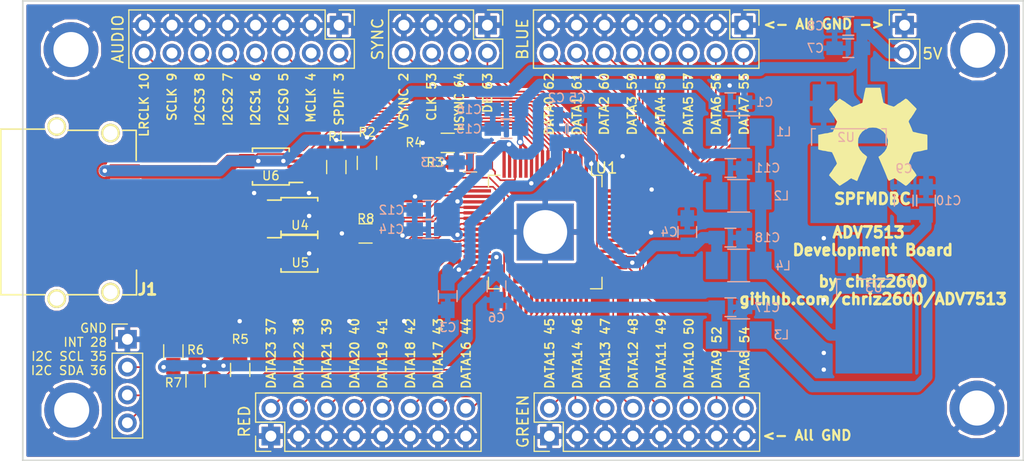
<source format=kicad_pcb>
(kicad_pcb (version 4) (host pcbnew 4.0.5)
  (layers (0 Front signal) (1 Ground_1 power) (2 Ground_2 power) (31 Back signal) (34 B.Paste user) (35 F.Paste user) (36 B.SilkS user) (37 F.SilkS user) (38 B.Mask user) (39 F.Mask user) (44 Edge.Cuts user))
  (net 0 "")
  (net 1 PVDD_1V8)
  (net 2 GND)
  (net 3 1V8)
  (net 4 3V3)
  (net 5 5V)
  (net 6 "Net-(C10-Pad1)")
  (net 7 AVDD_1V8)
  (net 8 TXC+)
  (net 9 TX0-)
  (net 10 TX0+)
  (net 11 TX1-)
  (net 12 TX1+)
  (net 13 TX2-)
  (net 14 TX2+)
  (net 15 TXC-)
  (net 16 DDCSCL)
  (net 17 DDCSDA)
  (net 18 HPD)
  (net 19 "Net-(L1-Pad2)")
  (net 20 "Net-(P2-Pad2)")
  (net 21 "Net-(P2-Pad4)")
  (net 22 "Net-(P2-Pad6)")
  (net 23 "Net-(P2-Pad8)")
  (net 24 "Net-(P3-Pad2)")
  (net 25 "Net-(P3-Pad3)")
  (net 26 "Net-(P3-Pad4)")
  (net 27 "Net-(R3-Pad1)")
  (net 28 "Net-(R8-Pad1)")
  (net 29 "Net-(P4-Pad2)")
  (net 30 "Net-(P4-Pad4)")
  (net 31 "Net-(P4-Pad6)")
  (net 32 "Net-(P4-Pad8)")
  (net 33 "Net-(P4-Pad10)")
  (net 34 "Net-(P4-Pad12)")
  (net 35 "Net-(P4-Pad14)")
  (net 36 "Net-(P4-Pad16)")
  (net 37 "Net-(P5-Pad2)")
  (net 38 "Net-(P5-Pad4)")
  (net 39 "Net-(P5-Pad6)")
  (net 40 "Net-(P5-Pad8)")
  (net 41 "Net-(P5-Pad10)")
  (net 42 "Net-(P5-Pad12)")
  (net 43 "Net-(P5-Pad14)")
  (net 44 "Net-(P5-Pad16)")
  (net 45 "Net-(P6-Pad2)")
  (net 46 "Net-(P6-Pad4)")
  (net 47 "Net-(P6-Pad6)")
  (net 48 "Net-(P6-Pad8)")
  (net 49 "Net-(P6-Pad10)")
  (net 50 "Net-(P6-Pad12)")
  (net 51 "Net-(P6-Pad14)")
  (net 52 "Net-(P6-Pad16)")
  (net 53 "Net-(P7-Pad2)")
  (net 54 "Net-(P7-Pad4)")
  (net 55 "Net-(P7-Pad6)")
  (net 56 "Net-(P7-Pad8)")
  (net 57 "Net-(P7-Pad10)")
  (net 58 "Net-(P7-Pad12)")
  (net 59 "Net-(P7-Pad14)")
  (net 60 "Net-(P7-Pad16)")
  (net 61 "Net-(U4-Pad3)")
  (net 62 "Net-(U5-Pad3)")
  (net 63 "Net-(U6-Pad3)")
  (module my-libs:MountHole (layer Front) (at 43.1165 117.475)
    (fp_text reference REF** hide)
    (fp_text value MountHole hide)
    (pad 1 thru_hole circle (at 0 0) (size 5 5) (drill 3.2) (layers *.Cu *.Mask) (net 2 GND))
  )
  (module my-libs:MountHole (layer Front) (at 43.18 150.3505)
    (fp_text reference REF** hide)
    (fp_text value MountHole hide)
    (pad 1 thru_hole circle (at 0 0) (size 5 5) (drill 3.2) (layers *.Cu *.Mask) (net 2 GND))
  )
  (module my-libs:MountHole (layer Front) (at 125.7935 117.5385)
    (fp_text reference REF** hide)
    (fp_text value MountHole hide)
    (pad 1 thru_hole circle (at 0 0) (size 5 5) (drill 3.2) (layers *.Cu *.Mask) (net 2 GND))
  )
  (module my-libs:VIA-0.6mm (layer Front) (at 103.1748 120.7516)
    (fp_text reference REF** hide)
    (fp_text value VIA-0.6mm hide)
    (pad 1 thru_hole circle (at 0 0) (size 0.6 0.6) (drill 0.4) (layers *.Cu) (net 2 GND))
  )
  (module my-libs:VIA-0.6mm (layer Front) (at 111.76 134.6708)
    (fp_text reference REF** hide)
    (fp_text value VIA-0.6mm hide)
    (pad 1 thru_hole circle (at 0 0) (size 0.6 0.6) (drill 0.4) (layers *.Cu) (net 2 GND))
  )
  (module my-libs:VIA-0.6mm (layer Front) (at 111.76 140.3096)
    (fp_text reference REF** hide)
    (fp_text value VIA-0.6mm hide)
    (pad 1 thru_hole circle (at 0 0) (size 0.6 0.6) (drill 0.4) (layers *.Cu) (net 2 GND))
  )
  (module my-libs:VIA-0.6mm (layer Front) (at 111.76 146.6596)
    (fp_text reference REF** hide)
    (fp_text value VIA-0.6mm hide)
    (pad 1 thru_hole circle (at 0 0) (size 0.6 0.6) (drill 0.4) (layers *.Cu) (net 2 GND))
  )
  (module my-libs:VIA-0.6mm (layer Front) (at 111.76 145.1356)
    (fp_text reference REF** hide)
    (fp_text value VIA-0.6mm hide)
    (pad 1 thru_hole circle (at 0 0) (size 0.6 0.6) (drill 0.4) (layers *.Cu) (net 2 GND))
  )
  (module my-libs:VIA-0.6mm (layer Front) (at 96.012 134.1628)
    (fp_text reference REF** hide)
    (fp_text value VIA-0.6mm hide)
    (pad 1 thru_hole circle (at 0 0) (size 0.6 0.6) (drill 0.4) (layers *.Cu) (net 2 GND))
  )
  (module my-libs:VIA-0.6mm (layer Front) (at 93.4212 127.2032)
    (fp_text reference REF** hide)
    (fp_text value VIA-0.6mm hide)
    (pad 1 thru_hole circle (at 0 0) (size 0.6 0.6) (drill 0.4) (layers *.Cu) (net 2 GND))
  )
  (module my-libs:VIA-0.6mm (layer Front) (at 96.0628 130.2385)
    (fp_text reference REF** hide)
    (fp_text value VIA-0.6mm hide)
    (pad 1 thru_hole circle (at 0 0) (size 0.6 0.6) (drill 0.4) (layers *.Cu) (net 2 GND))
  )
  (module my-libs:VIA-0.6mm (layer Front) (at 58.166 142.24)
    (fp_text reference REF** hide)
    (fp_text value VIA-0.6mm hide)
    (pad 1 thru_hole circle (at 0.334 0) (size 0.6 0.6) (drill 0.4) (layers *.Cu) (net 2 GND))
  )
  (module my-libs:VIA-0.6mm (layer Front) (at 64.817 130.556)
    (fp_text reference REF** hide)
    (fp_text value VIA-0.6mm hide)
    (pad 1 thru_hole circle (at 0 0) (size 0.6 0.6) (drill 0.4) (layers *.Cu) (net 2 GND))
  )
  (module my-libs:VIA-0.6mm (layer Front) (at 59.817 130.556)
    (fp_text reference REF** hide)
    (fp_text value VIA-0.6mm hide)
    (pad 1 thru_hole circle (at 0 0) (size 0.6 0.6) (drill 0.4) (layers *.Cu) (net 2 GND))
  )
  (module my-libs:VIA-0.6mm (layer Front) (at 73.5 142.24)
    (fp_text reference REF** hide)
    (fp_text value VIA-0.6mm hide)
    (pad 1 thru_hole circle (at 0 0) (size 0.6 0.6) (drill 0.4) (layers *.Cu) (net 2 GND))
  )
  (module my-libs:VIA-0.6mm (layer Front) (at 68.5 142.24)
    (fp_text reference REF** hide)
    (fp_text value VIA-0.6mm hide)
    (pad 1 thru_hole circle (at 0 0) (size 0.6 0.6) (drill 0.4) (layers *.Cu) (net 2 GND))
  )
  (module Capacitors_SMD:C_0805_HandSoldering (layer Back) (at 103.2456 122.2756)
    (fp_text reference C1 (at 3.1248 0) (layer B.SilkS) (effects (font (size 0.8 0.8) (thickness 0.125)) (justify mirror)))
    (fp_text value 10u)
    (pad 1 smd rect (at -1.25 0) (size 1.5 1.25) (layers Back B.Paste B.Mask) (net 1 PVDD_1V8))
    (pad 2 smd rect (at 1.25 0) (size 1.5 1.25) (layers Back B.Paste B.Mask) (net 2 GND))
  )
  (module Capacitors_SMD:C_0805_HandSoldering (layer Back) (at 87.376 124.714 90)
    (fp_text reference C2 (at 2.84 0 180) (layer B.SilkS) (effects (font (size 0.8 0.8) (thickness 0.125)) (justify mirror)))
    (fp_text value 100n hide)
    (pad 1 smd rect (at -1.25 0 90) (size 1.5 1.25) (layers Back B.Paste B.Mask) (net 3 1V8))
    (pad 2 smd rect (at 1.25 0 90) (size 1.5 1.25) (layers Back B.Paste B.Mask) (net 2 GND))
  )
  (module Capacitors_SMD:C_0805_HandSoldering (layer Back) (at 77.47 139.954 270)
    (fp_text reference C3 (at 2.86 0 360) (layer B.SilkS) (effects (font (size 0.8 0.8) (thickness 0.125)) (justify mirror)))
    (fp_text value 100n hide)
    (pad 1 smd rect (at -1.25 0 270) (size 1.5 1.25) (layers Back B.Paste B.Mask) (net 3 1V8))
    (pad 2 smd rect (at 1.25 0 270) (size 1.5 1.25) (layers Back B.Paste B.Mask) (net 2 GND))
  )
  (module Capacitors_SMD:C_0805_HandSoldering (layer Back) (at 99.314 134.112 90)
    (fp_text reference C4 (at 0 -1.651 180) (layer B.SilkS) (effects (font (size 0.8 0.8) (thickness 0.125)) (justify mirror)))
    (fp_text value 100n hide)
    (pad 1 smd rect (at -1.25 0 90) (size 1.5 1.25) (layers Back B.Paste B.Mask) (net 3 1V8))
    (pad 2 smd rect (at 1.25 0 90) (size 1.5 1.25) (layers Back B.Paste B.Mask) (net 2 GND))
  )
  (module Capacitors_SMD:C_0805_HandSoldering (layer Back) (at 89.281 124.714 90)
    (fp_text reference C5 (at 2.84 0 180) (layer B.SilkS) (effects (font (size 0.8 0.8) (thickness 0.125)) (justify mirror)))
    (fp_text value 100n hide)
    (pad 1 smd rect (at -1.25 0 90) (size 1.5 1.25) (layers Back B.Paste B.Mask) (net 3 1V8))
    (pad 2 smd rect (at 1.25 0 90) (size 1.5 1.25) (layers Back B.Paste B.Mask) (net 2 GND))
  )
  (module Capacitors_SMD:C_0805_HandSoldering (layer Back) (at 81.915 139.065 270)
    (fp_text reference C6 (at 2.86 0 360) (layer B.SilkS) (effects (font (size 0.8 0.8) (thickness 0.125)) (justify mirror)))
    (fp_text value 100n hide)
    (pad 1 smd rect (at -1.25 0 270) (size 1.5 1.25) (layers Back B.Paste B.Mask) (net 4 3V3))
    (pad 2 smd rect (at 1.25 0 270) (size 1.5 1.25) (layers Back B.Paste B.Mask) (net 2 GND))
  )
  (module Capacitors_SMD:C_0805_HandSoldering (layer Back) (at 113.995996 117.348 180)
    (fp_text reference C7 (at 2.997996 0 180) (layer B.SilkS) (effects (font (size 0.8 0.8) (thickness 0.125)) (justify mirror)))
    (fp_text value 10u hide)
    (pad 1 smd rect (at -1.25 0 180) (size 1.5 1.25) (layers Back B.Paste B.Mask) (net 5 5V))
    (pad 2 smd rect (at 1.25 0 180) (size 1.5 1.25) (layers Back B.Paste B.Mask) (net 2 GND))
  )
  (module Capacitors_SMD:C_0805_HandSoldering (layer Back) (at 113.995996 115.316 180)
    (fp_text reference C8 (at 2.997996 0 180) (layer B.SilkS) (effects (font (size 0.8 0.8) (thickness 0.125)) (justify mirror)))
    (fp_text value 100n hide)
    (pad 1 smd rect (at -1.25 0 180) (size 1.5 1.25) (layers Back B.Paste B.Mask) (net 5 5V))
    (pad 2 smd rect (at 1.25 0 180) (size 1.5 1.25) (layers Back B.Paste B.Mask) (net 2 GND))
  )
  (module Capacitors_SMD:C_0805_HandSoldering (layer Back) (at 119.049004 131.2545 90)
    (fp_text reference C9 (at 2.9289 0.026196 180) (layer B.SilkS) (effects (font (size 0.8 0.8) (thickness 0.125)) (justify mirror)))
    (fp_text value 10u hide)
    (pad 1 smd rect (at -1.25 0 90) (size 1.5 1.25) (layers Back B.Paste B.Mask) (net 6 "Net-(C10-Pad1)"))
    (pad 2 smd rect (at 1.25 0 90) (size 1.5 1.25) (layers Back B.Paste B.Mask) (net 2 GND))
  )
  (module Capacitors_SMD:C_0805_HandSoldering (layer Back) (at 121.081004 131.2545 90)
    (fp_text reference C10 (at 0.0127 2.058196 180) (layer B.SilkS) (effects (font (size 0.8 0.8) (thickness 0.125)) (justify mirror)))
    (fp_text value 100n hide)
    (pad 1 smd rect (at -1.25 0 90) (size 1.5 1.25) (layers Back B.Paste B.Mask) (net 6 "Net-(C10-Pad1)"))
    (pad 2 smd rect (at 1.25 0 90) (size 1.5 1.25) (layers Back B.Paste B.Mask) (net 2 GND))
  )
  (module Capacitors_SMD:C_0805_HandSoldering (layer Back) (at 103.2456 128.27)
    (fp_text reference C11 (at 3.3788 0) (layer B.SilkS) (effects (font (size 0.8 0.8) (thickness 0.125)) (justify mirror)))
    (fp_text value 10u)
    (pad 1 smd rect (at -1.25 0) (size 1.5 1.25) (layers Back B.Paste B.Mask) (net 7 AVDD_1V8))
    (pad 2 smd rect (at 1.25 0) (size 1.5 1.25) (layers Back B.Paste B.Mask) (net 2 GND))
  )
  (module Capacitors_SMD:C_0805_HandSoldering (layer Back) (at 75.712 132.08 180)
    (fp_text reference C12 (at 3.3728 -0.0254 360) (layer B.SilkS) (effects (font (size 0.8 0.8) (thickness 0.125)) (justify mirror)))
    (fp_text value 100n hide)
    (pad 1 smd rect (at -1.25 0 180) (size 1.5 1.25) (layers Back B.Paste B.Mask) (net 7 AVDD_1V8))
    (pad 2 smd rect (at 1.25 0 180) (size 1.5 1.25) (layers Back B.Paste B.Mask) (net 2 GND))
  )
  (module Capacitors_SMD:C_0805_HandSoldering (layer Back) (at 79.522 127.762 180)
    (fp_text reference C13 (at 3.3728 0 360) (layer B.SilkS) (effects (font (size 0.8 0.8) (thickness 0.125)) (justify mirror)))
    (fp_text value 100n hide)
    (pad 1 smd rect (at -1.25 0 180) (size 1.5 1.25) (layers Back B.Paste B.Mask) (net 7 AVDD_1V8))
    (pad 2 smd rect (at 1.25 0 180) (size 1.5 1.25) (layers Back B.Paste B.Mask) (net 2 GND))
  )
  (module Capacitors_SMD:C_0805_HandSoldering (layer Back) (at 75.712 133.858 180)
    (fp_text reference C14 (at 3.3728 0 360) (layer B.SilkS) (effects (font (size 0.8 0.8) (thickness 0.125)) (justify mirror)))
    (fp_text value 100n hide)
    (pad 1 smd rect (at -1.25 0 180) (size 1.5 1.25) (layers Back B.Paste B.Mask) (net 7 AVDD_1V8))
    (pad 2 smd rect (at 1.25 0 180) (size 1.5 1.25) (layers Back B.Paste B.Mask) (net 2 GND))
  )
  (module Capacitors_SMD:C_0805_HandSoldering (layer Back) (at 82.824 124.714 180)
    (fp_text reference C15 (at 3.4236 0 360) (layer B.SilkS) (effects (font (size 0.8 0.8) (thickness 0.125)) (justify mirror)))
    (fp_text value 100n hide)
    (pad 1 smd rect (at -1.25 0 180) (size 1.5 1.25) (layers Back B.Paste B.Mask) (net 1 PVDD_1V8))
    (pad 2 smd rect (at 1.25 0 180) (size 1.5 1.25) (layers Back B.Paste B.Mask) (net 2 GND))
  )
  (module Capacitors_SMD:C_0805_HandSoldering (layer Back) (at 82.824 122.936 180)
    (fp_text reference C16 (at 3.3982 0 360) (layer B.SilkS) (effects (font (size 0.8 0.8) (thickness 0.125)) (justify mirror)))
    (fp_text value 100n hide)
    (pad 1 smd rect (at -1.25 0 180) (size 1.5 1.25) (layers Back B.Paste B.Mask) (net 1 PVDD_1V8))
    (pad 2 smd rect (at 1.25 0 180) (size 1.5 1.25) (layers Back B.Paste B.Mask) (net 2 GND))
  )
  (module Capacitors_SMD:C_0805_HandSoldering (layer Back) (at 103.2456 140.97)
    (fp_text reference C17 (at 3.3582 0.0254) (layer B.SilkS) (effects (font (size 0.8 0.8) (thickness 0.125)) (justify mirror)))
    (fp_text value 10u)
    (pad 1 smd rect (at -1.25 0) (size 1.5 1.25) (layers Back B.Paste B.Mask) (net 4 3V3))
    (pad 2 smd rect (at 1.25 0) (size 1.5 1.25) (layers Back B.Paste B.Mask) (net 2 GND))
  )
  (module Capacitors_SMD:C_0805_HandSoldering (layer Back) (at 103.2456 134.62)
    (fp_text reference C18 (at 3.3788 0) (layer B.SilkS) (effects (font (size 0.8 0.8) (thickness 0.125)) (justify mirror)))
    (fp_text value 10u hide)
    (pad 1 smd rect (at -1.25 0) (size 1.5 1.25) (layers Back B.Paste B.Mask) (net 3 1V8))
    (pad 2 smd rect (at 1.25 0) (size 1.5 1.25) (layers Back B.Paste B.Mask) (net 2 GND))
  )
  (module Resistors_SMD:R_1210_HandSoldering (layer Back) (at 104 125)
    (fp_text reference L1 (at 4.0976 -0.032) (layer B.SilkS) (effects (font (size 0.8 0.8) (thickness 0.125)) (justify mirror)))
    (fp_text value 10u)
    (pad 1 smd rect (at -2 0) (size 2 2.5) (layers Back B.Paste B.Mask) (net 1 PVDD_1V8))
    (pad 2 smd rect (at 2 0) (size 2 2.5) (layers Back B.Paste B.Mask) (net 19 "Net-(L1-Pad2)"))
  )
  (module Resistors_SMD:R_1210_HandSoldering (layer Back) (at 104 130.81)
    (fp_text reference L2 (at 3.8992 0) (layer B.SilkS) (effects (font (size 0.8 0.8) (thickness 0.125)) (justify mirror)))
    (fp_text value 10u)
    (pad 1 smd rect (at -2 0) (size 2 2.5) (layers Back B.Paste B.Mask) (net 7 AVDD_1V8))
    (pad 2 smd rect (at 2 0) (size 2 2.5) (layers Back B.Paste B.Mask) (net 19 "Net-(L1-Pad2)"))
  )
  (module Resistors_SMD:R_1210_HandSoldering (layer Back) (at 104 143.51)
    (fp_text reference L3 (at 3.8992 -0.0254) (layer B.SilkS) (effects (font (size 0.8 0.8) (thickness 0.125)) (justify mirror)))
    (fp_text value 10u)
    (pad 1 smd rect (at -2 0) (size 2 2.5) (layers Back B.Paste B.Mask) (net 4 3V3))
    (pad 2 smd rect (at 2 0) (size 2 2.5) (layers Back B.Paste B.Mask) (net 6 "Net-(C10-Pad1)"))
  )
  (module Resistors_SMD:R_1210_HandSoldering (layer Back) (at 104 137.16)
    (fp_text reference L4 (at 4.0516 0.0254) (layer B.SilkS) (effects (font (size 0.8 0.8) (thickness 0.125)) (justify mirror)))
    (fp_text value 10u)
    (pad 1 smd rect (at -2 0) (size 2 2.5) (layers Back B.Paste B.Mask) (net 3 1V8))
    (pad 2 smd rect (at 2 0) (size 2 2.5) (layers Back B.Paste B.Mask) (net 19 "Net-(L1-Pad2)"))
  )
  (module Pin_Headers:Pin_Header_Straight_1x02_Pitch2.54mm (layer Front) (at 119.126 115.2525)
    (fp_text reference P1 hide)
    (fp_text value 5V (at 2.54 2.6035) (layer F.SilkS))
    (pad 1 thru_hole rect (at 0 0) (size 1.7 1.7) (drill 1) (layers *.Cu *.Mask) (net 2 GND))
    (pad 2 thru_hole oval (at 0 2.54) (size 1.7 1.7) (drill 1) (layers *.Cu *.Mask) (net 5 5V))
  )
  (module Pin_Headers:Pin_Header_Straight_1x04_Pitch2.54mm (layer Front) (at 48.26 143.891)
    (fp_text reference P3 hide)
    (fp_text value I2C_INT)
    (pad 1 thru_hole rect (at 0 0) (size 1.7 1.7) (drill 1) (layers *.Cu *.Mask) (net 2 GND))
    (pad 2 thru_hole oval (at 0 2.54) (size 1.7 1.7) (drill 1) (layers *.Cu *.Mask) (net 24 "Net-(P3-Pad2)"))
    (pad 3 thru_hole oval (at 0 5.08) (size 1.7 1.7) (drill 1) (layers *.Cu *.Mask) (net 25 "Net-(P3-Pad3)"))
    (pad 4 thru_hole oval (at 0 7.62) (size 1.7 1.7) (drill 1) (layers *.Cu *.Mask) (net 26 "Net-(P3-Pad4)"))
  )
  (module Resistors_SMD:R_0805_HandSoldering (layer Front) (at 67.31 128.19 270)
    (fp_text reference R1 (at -2.7902 -0.0254 360) (layer F.SilkS) (effects (font (size 0.8 0.8) (thickness 0.125))))
    (fp_text value 2K hide)
    (pad 1 smd rect (at -1.35 0 270) (size 1.5 1.3) (layers Front F.Paste F.Mask) (net 5 5V))
    (pad 2 smd rect (at 1.35 0 270) (size 1.5 1.3) (layers Front F.Paste F.Mask) (net 16 DDCSCL))
  )
  (module Resistors_SMD:R_0805_HandSoldering (layer Front) (at 70.104 127.809 270)
    (fp_text reference R2 (at -2.794 0 360) (layer F.SilkS) (effects (font (size 0.8 0.8) (thickness 0.125))))
    (fp_text value 2K hide)
    (pad 1 smd rect (at -1.35 0 270) (size 1.5 1.3) (layers Front F.Paste F.Mask) (net 5 5V))
    (pad 2 smd rect (at 1.35 0 270) (size 1.5 1.3) (layers Front F.Paste F.Mask) (net 17 DDCSDA))
  )
  (module Resistors_SMD:R_0805_HandSoldering (layer Front) (at 79.502 127.762 180)
    (fp_text reference R3 (at 3.2004 0 180) (layer F.SilkS) (effects (font (size 0.8 0.8) (thickness 0.125))))
    (fp_text value 887R hide)
    (pad 1 smd rect (at -1.35 0 180) (size 1.5 1.3) (layers Front F.Paste F.Mask) (net 27 "Net-(R3-Pad1)"))
    (pad 2 smd rect (at 1.35 0 180) (size 1.5 1.3) (layers Front F.Paste F.Mask) (net 2 GND))
  )
  (module Resistors_SMD:R_0805_HandSoldering (layer Front) (at 77.47 125.984 180)
    (fp_text reference R4 (at 3.0734 0.0254 180) (layer F.SilkS) (effects (font (size 0.8 0.8) (thickness 0.125))))
    (fp_text value 10K hide)
    (pad 1 smd rect (at -1.35 0 180) (size 1.5 1.3) (layers Front F.Paste F.Mask) (net 18 HPD))
    (pad 2 smd rect (at 1.35 0 180) (size 1.5 1.3) (layers Front F.Paste F.Mask) (net 2 GND))
  )
  (module Resistors_SMD:R_0805_HandSoldering (layer Front) (at 58.547 146.685 270)
    (fp_text reference R5 (at -2.794 0 360) (layer F.SilkS) (effects (font (size 0.8 0.8) (thickness 0.125))))
    (fp_text value 2K hide)
    (pad 1 smd rect (at -1.35 0 270) (size 1.5 1.3) (layers Front F.Paste F.Mask) (net 4 3V3))
    (pad 2 smd rect (at 1.35 0 270) (size 1.5 1.3) (layers Front F.Paste F.Mask) (net 26 "Net-(P3-Pad4)"))
  )
  (module Resistors_SMD:R_0805_HandSoldering (layer Front) (at 54.483 147.654 270)
    (fp_text reference R6 (at -2.794 0 360) (layer F.SilkS) (effects (font (size 0.8 0.8) (thickness 0.125))))
    (fp_text value 2K hide)
    (pad 1 smd rect (at -1.35 0 270) (size 1.5 1.3) (layers Front F.Paste F.Mask) (net 4 3V3))
    (pad 2 smd rect (at 1.35 0 270) (size 1.5 1.3) (layers Front F.Paste F.Mask) (net 25 "Net-(P3-Pad3)"))
  )
  (module Resistors_SMD:R_0805_HandSoldering (layer Front) (at 52.451 144.987 90)
    (fp_text reference R7 (at -2.8664 0 180) (layer F.SilkS) (effects (font (size 0.8 0.8) (thickness 0.125))))
    (fp_text value 2K hide)
    (pad 1 smd rect (at -1.35 0 90) (size 1.5 1.3) (layers Front F.Paste F.Mask) (net 4 3V3))
    (pad 2 smd rect (at 1.35 0 90) (size 1.5 1.3) (layers Front F.Paste F.Mask) (net 24 "Net-(P3-Pad2)"))
  )
  (module Resistors_SMD:R_0805_HandSoldering (layer Front) (at 69.977 134.239 180)
    (fp_text reference R8 (at -0.0254 1.3462 360) (layer F.SilkS) (effects (font (size 0.8 0.8) (thickness 0.125))))
    (fp_text value 2K hide)
    (pad 1 smd rect (at -1.35 0 180) (size 1.5 1.3) (layers Front F.Paste F.Mask) (net 28 "Net-(R8-Pad1)"))
    (pad 2 smd rect (at 1.35 0 180) (size 1.5 1.3) (layers Front F.Paste F.Mask) (net 2 GND))
  )
  (module TO_SOT_Packages_SMD:TO-252-2Lead (layer Back) (at 114.036 126.094 270)
    (fp_text reference U2 (at -0.618 0.244 360) (layer B.SilkS) (effects (font (size 0.8 0.8) (thickness 0.125)) (justify mirror)))
    (fp_text value NCP1117DT33G hide)
    (pad 1 smd rect (at -3.7 2.29) (size 2 3.5) (layers Back B.Paste B.Mask) (net 2 GND))
    (pad 3 smd rect (at -3.7 -2.29) (size 2 3.5) (layers Back B.Paste B.Mask) (net 5 5V))
    (pad 2 smd rect (at 3.7 -0.01) (size 7 7) (layers Back B.Paste B.Mask) (net 6 "Net-(C10-Pad1)"))
  )
  (module TO_SOT_Packages_SMD:TO-252-2Lead (layer Back) (at 116.322 139.81 270)
    (fp_text reference U3 (at -0.618 -0.01 360) (layer B.SilkS) (effects (font (size 0.8 0.8) (thickness 0.125)) (justify mirror)))
    (fp_text value NCP1117DT18G hide)
    (pad 1 smd rect (at -3.7 2.29) (size 2 3.5) (layers Back B.Paste B.Mask) (net 2 GND))
    (pad 3 smd rect (at -3.7 -2.29) (size 2 3.5) (layers Back B.Paste B.Mask) (net 6 "Net-(C10-Pad1)"))
    (pad 2 smd rect (at 3.7 -0.01) (size 7 7) (layers Back B.Paste B.Mask) (net 19 "Net-(L1-Pad2)"))
  )
  (module Housings_SSOP:MSOP-10_3x3mm_Pitch0.5mm (layer Front) (at 63.9445 136.0805)
    (fp_text reference U5 (at 0.0889 0.8255) (layer F.SilkS) (effects (font (size 0.8 0.8) (thickness 0.125))))
    (fp_text value TVS_DIODE_3.3VWM_10VC_SMD hide)
    (pad 1 smd rect (at -2.2 -1) (size 1.4 0.3) (layers Front F.Paste F.Mask) (net 11 TX1-))
    (pad 2 smd rect (at -2.2 -0.5) (size 1.4 0.3) (layers Front F.Paste F.Mask) (net 12 TX1+))
    (pad 3 smd rect (at -2.2 0) (size 1.4 0.3) (layers Front F.Paste F.Mask) (net 62 "Net-(U5-Pad3)"))
    (pad 4 smd rect (at -2.2 0.5) (size 1.4 0.3) (layers Front F.Paste F.Mask) (net 13 TX2-))
    (pad 5 smd rect (at -2.2 1) (size 1.4 0.3) (layers Front F.Paste F.Mask) (net 14 TX2+))
    (pad 6 smd rect (at 2.2 1) (size 1.4 0.3) (layers Front F.Paste F.Mask) (net 14 TX2+))
    (pad 7 smd rect (at 2.2 0.5) (size 1.4 0.3) (layers Front F.Paste F.Mask) (net 13 TX2-))
    (pad 8 smd rect (at 2.2 0) (size 1.4 0.3) (layers Front F.Paste F.Mask) (net 2 GND))
    (pad 9 smd rect (at 2.2 -0.5) (size 1.4 0.3) (layers Front F.Paste F.Mask) (net 12 TX1+))
    (pad 10 smd rect (at 2.2 -1) (size 1.4 0.3) (layers Front F.Paste F.Mask) (net 11 TX1-))
  )
  (module Housings_SSOP:MSOP-10_3x3mm_Pitch0.5mm (layer Front) (at 61.341 128.143 180)
    (fp_text reference U6 (at 0 -0.8382 180) (layer F.SilkS) (effects (font (size 0.8 0.8) (thickness 0.125))))
    (fp_text value TVS_DIODE_3.3VWM_10VC_SMD hide)
    (pad 1 smd rect (at -2.2 -1 180) (size 1.4 0.3) (layers Front F.Paste F.Mask) (net 16 DDCSCL))
    (pad 2 smd rect (at -2.2 -0.5 180) (size 1.4 0.3) (layers Front F.Paste F.Mask) (net 17 DDCSDA))
    (pad 3 smd rect (at -2.2 0 180) (size 1.4 0.3) (layers Front F.Paste F.Mask) (net 63 "Net-(U6-Pad3)"))
    (pad 4 smd rect (at -2.2 0.5 180) (size 1.4 0.3) (layers Front F.Paste F.Mask) (net 5 5V))
    (pad 5 smd rect (at -2.2 1 180) (size 1.4 0.3) (layers Front F.Paste F.Mask) (net 18 HPD))
    (pad 6 smd rect (at 2.2 1 180) (size 1.4 0.3) (layers Front F.Paste F.Mask) (net 18 HPD))
    (pad 7 smd rect (at 2.2 0.5 180) (size 1.4 0.3) (layers Front F.Paste F.Mask) (net 5 5V))
    (pad 8 smd rect (at 2.2 0 180) (size 1.4 0.3) (layers Front F.Paste F.Mask) (net 2 GND))
    (pad 9 smd rect (at 2.2 -0.5 180) (size 1.4 0.3) (layers Front F.Paste F.Mask) (net 17 DDCSDA))
    (pad 10 smd rect (at 2.2 -1 180) (size 1.4 0.3) (layers Front F.Paste F.Mask) (net 16 DDCSCL))
  )
  (module Pin_Headers:Pin_Header_Straight_2x08_Pitch2.54mm (layer Front) (at 67.564 115.2525 270)
    (fp_text reference P4 hide)
    (fp_text value AUDIO (at 1.27 20.17 270) (layer F.SilkS))
    (pad 1 thru_hole rect (at 0 0 270) (size 1.7 1.7) (drill 1) (layers *.Cu *.Mask) (net 2 GND))
    (pad 2 thru_hole oval (at 2.54 0 270) (size 1.7 1.7) (drill 1) (layers *.Cu *.Mask) (net 29 "Net-(P4-Pad2)"))
    (pad 3 thru_hole oval (at 0 2.54 270) (size 1.7 1.7) (drill 1) (layers *.Cu *.Mask) (net 2 GND))
    (pad 4 thru_hole oval (at 2.54 2.54 270) (size 1.7 1.7) (drill 1) (layers *.Cu *.Mask) (net 30 "Net-(P4-Pad4)"))
    (pad 5 thru_hole oval (at 0 5.08 270) (size 1.7 1.7) (drill 1) (layers *.Cu *.Mask) (net 2 GND))
    (pad 6 thru_hole oval (at 2.54 5.08 270) (size 1.7 1.7) (drill 1) (layers *.Cu *.Mask) (net 31 "Net-(P4-Pad6)"))
    (pad 7 thru_hole oval (at 0 7.62 270) (size 1.7 1.7) (drill 1) (layers *.Cu *.Mask) (net 2 GND))
    (pad 8 thru_hole oval (at 2.54 7.62 270) (size 1.7 1.7) (drill 1) (layers *.Cu *.Mask) (net 32 "Net-(P4-Pad8)"))
    (pad 9 thru_hole oval (at 0 10.16 270) (size 1.7 1.7) (drill 1) (layers *.Cu *.Mask) (net 2 GND))
    (pad 10 thru_hole oval (at 2.54 10.16 270) (size 1.7 1.7) (drill 1) (layers *.Cu *.Mask) (net 33 "Net-(P4-Pad10)"))
    (pad 11 thru_hole oval (at 0 12.7 270) (size 1.7 1.7) (drill 1) (layers *.Cu *.Mask) (net 2 GND))
    (pad 12 thru_hole oval (at 2.54 12.7 270) (size 1.7 1.7) (drill 1) (layers *.Cu *.Mask) (net 34 "Net-(P4-Pad12)"))
    (pad 13 thru_hole oval (at 0 15.24 270) (size 1.7 1.7) (drill 1) (layers *.Cu *.Mask) (net 2 GND))
    (pad 14 thru_hole oval (at 2.54 15.24 270) (size 1.7 1.7) (drill 1) (layers *.Cu *.Mask) (net 35 "Net-(P4-Pad14)"))
    (pad 15 thru_hole oval (at 0 17.78 270) (size 1.7 1.7) (drill 1) (layers *.Cu *.Mask) (net 2 GND))
    (pad 16 thru_hole oval (at 2.54 17.78 270) (size 1.7 1.7) (drill 1) (layers *.Cu *.Mask) (net 36 "Net-(P4-Pad16)"))
  )
  (module Pin_Headers:Pin_Header_Straight_2x08_Pitch2.54mm (layer Front) (at 61.341 152.7195 90)
    (fp_text reference P5 hide)
    (fp_text value RED (at 1.3355 -2.413 90) (layer F.SilkS))
    (pad 1 thru_hole rect (at 0 0 90) (size 1.7 1.7) (drill 1) (layers *.Cu *.Mask) (net 2 GND))
    (pad 2 thru_hole oval (at 2.54 0 90) (size 1.7 1.7) (drill 1) (layers *.Cu *.Mask) (net 37 "Net-(P5-Pad2)"))
    (pad 3 thru_hole oval (at 0 2.54 90) (size 1.7 1.7) (drill 1) (layers *.Cu *.Mask) (net 2 GND))
    (pad 4 thru_hole oval (at 2.54 2.54 90) (size 1.7 1.7) (drill 1) (layers *.Cu *.Mask) (net 38 "Net-(P5-Pad4)"))
    (pad 5 thru_hole oval (at 0 5.08 90) (size 1.7 1.7) (drill 1) (layers *.Cu *.Mask) (net 2 GND))
    (pad 6 thru_hole oval (at 2.54 5.08 90) (size 1.7 1.7) (drill 1) (layers *.Cu *.Mask) (net 39 "Net-(P5-Pad6)"))
    (pad 7 thru_hole oval (at 0 7.62 90) (size 1.7 1.7) (drill 1) (layers *.Cu *.Mask) (net 2 GND))
    (pad 8 thru_hole oval (at 2.54 7.62 90) (size 1.7 1.7) (drill 1) (layers *.Cu *.Mask) (net 40 "Net-(P5-Pad8)"))
    (pad 9 thru_hole oval (at 0 10.16 90) (size 1.7 1.7) (drill 1) (layers *.Cu *.Mask) (net 2 GND))
    (pad 10 thru_hole oval (at 2.54 10.16 90) (size 1.7 1.7) (drill 1) (layers *.Cu *.Mask) (net 41 "Net-(P5-Pad10)"))
    (pad 11 thru_hole oval (at 0 12.7 90) (size 1.7 1.7) (drill 1) (layers *.Cu *.Mask) (net 2 GND))
    (pad 12 thru_hole oval (at 2.54 12.7 90) (size 1.7 1.7) (drill 1) (layers *.Cu *.Mask) (net 42 "Net-(P5-Pad12)"))
    (pad 13 thru_hole oval (at 0 15.24 90) (size 1.7 1.7) (drill 1) (layers *.Cu *.Mask) (net 2 GND))
    (pad 14 thru_hole oval (at 2.54 15.24 90) (size 1.7 1.7) (drill 1) (layers *.Cu *.Mask) (net 43 "Net-(P5-Pad14)"))
    (pad 15 thru_hole oval (at 0 17.78 90) (size 1.7 1.7) (drill 1) (layers *.Cu *.Mask) (net 2 GND))
    (pad 16 thru_hole oval (at 2.54 17.78 90) (size 1.7 1.7) (drill 1) (layers *.Cu *.Mask) (net 44 "Net-(P5-Pad16)"))
  )
  (module Pin_Headers:Pin_Header_Straight_2x08_Pitch2.54mm (layer Front) (at 86.741 152.7195 90)
    (fp_text reference P6 hide)
    (fp_text value GREEN (at 1.3355 -2.413 90) (layer F.SilkS))
    (pad 1 thru_hole rect (at 0 0 90) (size 1.7 1.7) (drill 1) (layers *.Cu *.Mask) (net 2 GND))
    (pad 2 thru_hole oval (at 2.54 0 90) (size 1.7 1.7) (drill 1) (layers *.Cu *.Mask) (net 45 "Net-(P6-Pad2)"))
    (pad 3 thru_hole oval (at 0 2.54 90) (size 1.7 1.7) (drill 1) (layers *.Cu *.Mask) (net 2 GND))
    (pad 4 thru_hole oval (at 2.54 2.54 90) (size 1.7 1.7) (drill 1) (layers *.Cu *.Mask) (net 46 "Net-(P6-Pad4)"))
    (pad 5 thru_hole oval (at 0 5.08 90) (size 1.7 1.7) (drill 1) (layers *.Cu *.Mask) (net 2 GND))
    (pad 6 thru_hole oval (at 2.54 5.08 90) (size 1.7 1.7) (drill 1) (layers *.Cu *.Mask) (net 47 "Net-(P6-Pad6)"))
    (pad 7 thru_hole oval (at 0 7.62 90) (size 1.7 1.7) (drill 1) (layers *.Cu *.Mask) (net 2 GND))
    (pad 8 thru_hole oval (at 2.54 7.62 90) (size 1.7 1.7) (drill 1) (layers *.Cu *.Mask) (net 48 "Net-(P6-Pad8)"))
    (pad 9 thru_hole oval (at 0 10.16 90) (size 1.7 1.7) (drill 1) (layers *.Cu *.Mask) (net 2 GND))
    (pad 10 thru_hole oval (at 2.54 10.16 90) (size 1.7 1.7) (drill 1) (layers *.Cu *.Mask) (net 49 "Net-(P6-Pad10)"))
    (pad 11 thru_hole oval (at 0 12.7 90) (size 1.7 1.7) (drill 1) (layers *.Cu *.Mask) (net 2 GND))
    (pad 12 thru_hole oval (at 2.54 12.7 90) (size 1.7 1.7) (drill 1) (layers *.Cu *.Mask) (net 50 "Net-(P6-Pad12)"))
    (pad 13 thru_hole oval (at 0 15.24 90) (size 1.7 1.7) (drill 1) (layers *.Cu *.Mask) (net 2 GND))
    (pad 14 thru_hole oval (at 2.54 15.24 90) (size 1.7 1.7) (drill 1) (layers *.Cu *.Mask) (net 51 "Net-(P6-Pad14)"))
    (pad 15 thru_hole oval (at 0 17.78 90) (size 1.7 1.7) (drill 1) (layers *.Cu *.Mask) (net 2 GND))
    (pad 16 thru_hole oval (at 2.54 17.78 90) (size 1.7 1.7) (drill 1) (layers *.Cu *.Mask) (net 52 "Net-(P6-Pad16)"))
  )
  (module Pin_Headers:Pin_Header_Straight_2x08_Pitch2.54mm (layer Front) (at 104.4575 115.2525 270)
    (fp_text reference P7 hide)
    (fp_text value BLUE (at 1.27 20.17 270) (layer F.SilkS))
    (pad 1 thru_hole rect (at 0 0 270) (size 1.7 1.7) (drill 1) (layers *.Cu *.Mask) (net 2 GND))
    (pad 2 thru_hole oval (at 2.54 0 270) (size 1.7 1.7) (drill 1) (layers *.Cu *.Mask) (net 53 "Net-(P7-Pad2)"))
    (pad 3 thru_hole oval (at 0 2.54 270) (size 1.7 1.7) (drill 1) (layers *.Cu *.Mask) (net 2 GND))
    (pad 4 thru_hole oval (at 2.54 2.54 270) (size 1.7 1.7) (drill 1) (layers *.Cu *.Mask) (net 54 "Net-(P7-Pad4)"))
    (pad 5 thru_hole oval (at 0 5.08 270) (size 1.7 1.7) (drill 1) (layers *.Cu *.Mask) (net 2 GND))
    (pad 6 thru_hole oval (at 2.54 5.08 270) (size 1.7 1.7) (drill 1) (layers *.Cu *.Mask) (net 55 "Net-(P7-Pad6)"))
    (pad 7 thru_hole oval (at 0 7.62 270) (size 1.7 1.7) (drill 1) (layers *.Cu *.Mask) (net 2 GND))
    (pad 8 thru_hole oval (at 2.54 7.62 270) (size 1.7 1.7) (drill 1) (layers *.Cu *.Mask) (net 56 "Net-(P7-Pad8)"))
    (pad 9 thru_hole oval (at 0 10.16 270) (size 1.7 1.7) (drill 1) (layers *.Cu *.Mask) (net 2 GND))
    (pad 10 thru_hole oval (at 2.54 10.16 270) (size 1.7 1.7) (drill 1) (layers *.Cu *.Mask) (net 57 "Net-(P7-Pad10)"))
    (pad 11 thru_hole oval (at 0 12.7 270) (size 1.7 1.7) (drill 1) (layers *.Cu *.Mask) (net 2 GND))
    (pad 12 thru_hole oval (at 2.54 12.7 270) (size 1.7 1.7) (drill 1) (layers *.Cu *.Mask) (net 58 "Net-(P7-Pad12)"))
    (pad 13 thru_hole oval (at 0 15.24 270) (size 1.7 1.7) (drill 1) (layers *.Cu *.Mask) (net 2 GND))
    (pad 14 thru_hole oval (at 2.54 15.24 270) (size 1.7 1.7) (drill 1) (layers *.Cu *.Mask) (net 59 "Net-(P7-Pad14)"))
    (pad 15 thru_hole oval (at 0 17.78 270) (size 1.7 1.7) (drill 1) (layers *.Cu *.Mask) (net 2 GND))
    (pad 16 thru_hole oval (at 2.54 17.78 270) (size 1.7 1.7) (drill 1) (layers *.Cu *.Mask) (net 60 "Net-(P7-Pad16)"))
  )
  (module Pin_Headers:Pin_Header_Straight_2x04_Pitch2.54mm (layer Front) (at 81.0895 115.2525 270)
    (fp_text reference P2 hide)
    (fp_text value SYNC (at 1.27 10.01 270) (layer F.SilkS))
    (pad 1 thru_hole rect (at 0 0 270) (size 1.7 1.7) (drill 1) (layers *.Cu *.Mask) (net 2 GND))
    (pad 2 thru_hole oval (at 2.54 0 270) (size 1.7 1.7) (drill 1) (layers *.Cu *.Mask) (net 20 "Net-(P2-Pad2)"))
    (pad 3 thru_hole oval (at 0 2.54 270) (size 1.7 1.7) (drill 1) (layers *.Cu *.Mask) (net 2 GND))
    (pad 4 thru_hole oval (at 2.54 2.54 270) (size 1.7 1.7) (drill 1) (layers *.Cu *.Mask) (net 21 "Net-(P2-Pad4)"))
    (pad 5 thru_hole oval (at 0 5.08 270) (size 1.7 1.7) (drill 1) (layers *.Cu *.Mask) (net 2 GND))
    (pad 6 thru_hole oval (at 2.54 5.08 270) (size 1.7 1.7) (drill 1) (layers *.Cu *.Mask) (net 22 "Net-(P2-Pad6)"))
    (pad 7 thru_hole oval (at 0 7.62 270) (size 1.7 1.7) (drill 1) (layers *.Cu *.Mask) (net 2 GND))
    (pad 8 thru_hole oval (at 2.54 7.62 270) (size 1.7 1.7) (drill 1) (layers *.Cu *.Mask) (net 23 "Net-(P2-Pad8)"))
  )
  (module my-libs:VIA-0.6mm (layer Front) (at 63.5 142.24)
    (fp_text reference REF** hide)
    (fp_text value VIA-0.6mm hide)
    (pad 1 thru_hole circle (at 0 0) (size 0.6 0.6) (drill 0.4) (layers *.Cu) (net 2 GND))
  )
  (module my-libs:MountHole (layer Front) (at 125.73 150.16)
    (fp_text reference REF** hide)
    (fp_text value MountHole hide)
    (pad 1 thru_hole circle (at 0 0) (size 5 5) (drill 3.2) (layers *.Cu *.Mask) (net 2 GND))
  )
  (module Housings_SSOP:MSOP-10_3x3mm_Pitch0.5mm (layer Front) (at 63.9445 132.6515)
    (fp_text reference U4 (at 0.0515 0.846999) (layer F.SilkS) (effects (font (size 0.8 0.8) (thickness 0.125))))
    (fp_text value TVS_DIODE_3.3VWM_10VC_SMD hide)
    (pad 1 smd rect (at -2.2 -1) (size 1.4 0.3) (layers Front F.Paste F.Mask) (net 15 TXC-))
    (pad 2 smd rect (at -2.2 -0.5) (size 1.4 0.3) (layers Front F.Paste F.Mask) (net 8 TXC+))
    (pad 3 smd rect (at -2.2 0) (size 1.4 0.3) (layers Front F.Paste F.Mask) (net 61 "Net-(U4-Pad3)"))
    (pad 4 smd rect (at -2.2 0.5) (size 1.4 0.3) (layers Front F.Paste F.Mask) (net 9 TX0-))
    (pad 5 smd rect (at -2.2 1) (size 1.4 0.3) (layers Front F.Paste F.Mask) (net 10 TX0+))
    (pad 6 smd rect (at 2.2 1) (size 1.4 0.3) (layers Front F.Paste F.Mask) (net 10 TX0+))
    (pad 7 smd rect (at 2.2 0.5) (size 1.4 0.3) (layers Front F.Paste F.Mask) (net 9 TX0-))
    (pad 8 smd rect (at 2.2 0) (size 1.4 0.3) (layers Front F.Paste F.Mask) (net 2 GND))
    (pad 9 smd rect (at 2.2 -0.5) (size 1.4 0.3) (layers Front F.Paste F.Mask) (net 8 TXC+))
    (pad 10 smd rect (at 2.2 -1) (size 1.4 0.3) (layers Front F.Paste F.Mask) (net 15 TXC-))
  )
  (module my-libs:OSHW-logo_10mm (layer Front) (at 116.2304 125.4252)
    (fp_text reference VAL hide)
    (fp_text value REF hide)
  )
  (module hdmi:hdmi_new (layer Front) (at 46.72 132.338 270)
    (fp_text reference J1 (at 7.0064 -3.3688 360) (layer F.SilkS) (effects (font (size 1.016 1.016) (thickness 0.254))))
    (fp_text value HDMI hide)
    (pad 10 smd rect (at 0.25 -1.3 270) (size 0.3 2.75) (layers Front F.Paste F.Mask) (net 8 TXC+))
    (pad 9 smd rect (at 0.75 -1.3 270) (size 0.3 2.75) (layers Front F.Paste F.Mask) (net 9 TX0-))
    (pad 8 smd rect (at 1.25 -1.3 270) (size 0.3 2.75) (layers Front F.Paste F.Mask) (net 2 GND))
    (pad 7 smd rect (at 1.75 -1.3 270) (size 0.3 2.75) (layers Front F.Paste F.Mask) (net 10 TX0+))
    (pad 6 smd rect (at 2.25 -1.3 270) (size 0.3 2.75) (layers Front F.Paste F.Mask) (net 11 TX1-))
    (pad 5 smd rect (at 2.75 -1.3 270) (size 0.3 2.75) (layers Front F.Paste F.Mask) (net 2 GND))
    (pad 4 smd rect (at 3.25 -1.3 270) (size 0.3 2.75) (layers Front F.Paste F.Mask) (net 12 TX1+))
    (pad 3 smd rect (at 3.75 -1.3 270) (size 0.3 2.75) (layers Front F.Paste F.Mask) (net 13 TX2-))
    (pad 2 smd rect (at 4.25 -1.3 270) (size 0.3 2.75) (layers Front F.Paste F.Mask) (net 2 GND))
    (pad 1 smd rect (at 4.75 -1.3 270) (size 0.3 2.75) (layers Front F.Paste F.Mask) (net 14 TX2+))
    (pad 11 smd rect (at -0.25 -1.3 270) (size 0.3 2.75) (layers Front F.Paste F.Mask) (net 2 GND))
    (pad 12 smd rect (at -0.75 -1.3 270) (size 0.3 2.75) (layers Front F.Paste F.Mask) (net 15 TXC-))
    (pad 13 smd rect (at -1.25 -1.3 270) (size 0.3 2.75) (layers Front F.Paste F.Mask) (net 2 GND))
    (pad 14 smd rect (at -1.75 -1.3 270) (size 0.3 2.75) (layers Front F.Paste F.Mask) (net 2 GND))
    (pad 15 smd rect (at -2.25 -1.3 270) (size 0.3 2.75) (layers Front F.Paste F.Mask) (net 16 DDCSCL))
    (pad 16 smd rect (at -2.75 -1.3 270) (size 0.3 2.75) (layers Front F.Paste F.Mask) (net 17 DDCSDA))
    (pad 17 smd rect (at -3.25 -1.3 270) (size 0.3 2.75) (layers Front F.Paste F.Mask) (net 2 GND))
    (pad 18 smd rect (at -3.75 -1.3 270) (size 0.3 2.75) (layers Front F.Paste F.Mask) (net 5 5V))
    (pad 19 smd rect (at -4.25 -1.3 270) (size 0.3 2.75) (layers Front F.Paste F.Mask) (net 18 HPD))
    (pad 0 thru_hole circle (at -7.25 0 270) (size 1.7 1.7) (drill 1.3) (layers *.Cu *.Mask F.SilkS))
    (pad 0 thru_hole circle (at 7.25 0 270) (size 1.7 1.7) (drill 1.3) (layers *.Cu *.Mask F.SilkS))
    (pad 0 thru_hole circle (at -7.85 4.9 270) (size 1.7 1.7) (drill 1.3) (layers *.Cu *.Mask F.SilkS))
    (pad 0 thru_hole circle (at 7.85 4.9 270) (size 1.7 1.7) (drill 1.3) (layers *.Cu *.Mask F.SilkS))
  )
  (module my-libs:HTQFP-64_1EP_10x10mm_Pitch0.5mm_ThermalPad3 (layer Front) (at 86.36 134.112 270)
    (fp_text reference U1 (at -5.842 -5.588 360) (layer F.SilkS))
    (fp_text value ADV7513 hide)
    (pad 1 smd rect (at -6.2 -3.75 270) (size 2.5 0.3) (layers Front F.Paste F.Mask) (net 3 1V8))
    (pad 2 smd rect (at -6.2 -3.25 270) (size 2.5 0.3) (layers Front F.Paste F.Mask) (net 23 "Net-(P2-Pad8)"))
    (pad 3 smd rect (at -6.2 -2.75 270) (size 2.5 0.3) (layers Front F.Paste F.Mask) (net 29 "Net-(P4-Pad2)"))
    (pad 4 smd rect (at -6.2 -2.25 270) (size 2.5 0.3) (layers Front F.Paste F.Mask) (net 30 "Net-(P4-Pad4)"))
    (pad 5 smd rect (at -6.2 -1.75 270) (size 2.5 0.3) (layers Front F.Paste F.Mask) (net 31 "Net-(P4-Pad6)"))
    (pad 6 smd rect (at -6.2 -1.25 270) (size 2.5 0.3) (layers Front F.Paste F.Mask) (net 32 "Net-(P4-Pad8)"))
    (pad 7 smd rect (at -6.2 -0.75 270) (size 2.5 0.3) (layers Front F.Paste F.Mask) (net 33 "Net-(P4-Pad10)"))
    (pad 8 smd rect (at -6.2 -0.25 270) (size 2.5 0.3) (layers Front F.Paste F.Mask) (net 34 "Net-(P4-Pad12)"))
    (pad 9 smd rect (at -6.2 0.25 270) (size 2.5 0.3) (layers Front F.Paste F.Mask) (net 35 "Net-(P4-Pad14)"))
    (pad 10 smd rect (at -6.2 0.75 270) (size 2.5 0.3) (layers Front F.Paste F.Mask) (net 36 "Net-(P4-Pad16)"))
    (pad 11 smd rect (at -6.2 1.25 270) (size 2.5 0.3) (layers Front F.Paste F.Mask) (net 3 1V8))
    (pad 12 smd rect (at -6.2 1.75 270) (size 2.5 0.3) (layers Front F.Paste F.Mask) (net 1 PVDD_1V8))
    (pad 13 smd rect (at -6.2 2.25 270) (size 2.5 0.3) (layers Front F.Paste F.Mask) (net 1 PVDD_1V8))
    (pad 14 smd rect (at -6.2 2.75 270) (size 2.5 0.3) (layers Front F.Paste F.Mask) (net 27 "Net-(R3-Pad1)"))
    (pad 15 smd rect (at -6.2 3.25 270) (size 2.5 0.3) (layers Front F.Paste F.Mask) (net 7 AVDD_1V8))
    (pad 16 smd rect (at -6.2 3.75 270) (size 2.5 0.3) (layers Front F.Paste F.Mask) (net 18 HPD))
    (pad 17 smd rect (at -3.75 6.2) (size 2.5 0.3) (layers Front F.Paste F.Mask) (net 15 TXC-))
    (pad 18 smd rect (at -3.25 6.2) (size 2.5 0.3) (layers Front F.Paste F.Mask) (net 8 TXC+))
    (pad 19 smd rect (at -2.75 6.2) (size 2.5 0.3) (layers Front F.Paste F.Mask) (net 7 AVDD_1V8))
    (pad 20 smd rect (at -2.25 6.2) (size 2.5 0.3) (layers Front F.Paste F.Mask) (net 9 TX0-))
    (pad 21 smd rect (at -1.75 6.2) (size 2.5 0.3) (layers Front F.Paste F.Mask) (net 10 TX0+))
    (pad 22 smd rect (at -1.25 6.2) (size 2.5 0.3) (layers Front F.Paste F.Mask) (net 28 "Net-(R8-Pad1)"))
    (pad 23 smd rect (at -0.75 6.2) (size 2.5 0.3) (layers Front F.Paste F.Mask) (net 11 TX1-))
    (pad 24 smd rect (at -0.25 6.2) (size 2.5 0.3) (layers Front F.Paste F.Mask) (net 12 TX1+))
    (pad 25 smd rect (at 0.25 6.2) (size 2.5 0.3) (layers Front F.Paste F.Mask) (net 7 AVDD_1V8))
    (pad 26 smd rect (at 0.75 6.2) (size 2.5 0.3) (layers Front F.Paste F.Mask) (net 13 TX2-))
    (pad 27 smd rect (at 1.25 6.2) (size 2.5 0.3) (layers Front F.Paste F.Mask) (net 14 TX2+))
    (pad 28 smd rect (at 1.75 6.2) (size 2.5 0.3) (layers Front F.Paste F.Mask) (net 24 "Net-(P3-Pad2)"))
    (pad 29 smd rect (at 2.25 6.2) (size 2.5 0.3) (layers Front F.Paste F.Mask) (net 4 3V3))
    (pad 30 smd rect (at 2.75 6.2) (size 2.5 0.3) (layers Front F.Paste F.Mask) (net 2 GND))
    (pad 31 smd rect (at 3.25 6.2) (size 2.5 0.3) (layers Front F.Paste F.Mask) (net 3 1V8))
    (pad 32 smd rect (at 3.75 6.2) (size 2.5 0.3) (layers Front F.Paste F.Mask) (net 2 GND))
    (pad 33 smd rect (at 6.2 3.75 270) (size 2.5 0.3) (layers Front F.Paste F.Mask) (net 16 DDCSCL))
    (pad 34 smd rect (at 6.2 3.25 270) (size 2.5 0.3) (layers Front F.Paste F.Mask) (net 17 DDCSDA))
    (pad 35 smd rect (at 6.2 2.75 270) (size 2.5 0.3) (layers Front F.Paste F.Mask) (net 25 "Net-(P3-Pad3)"))
    (pad 36 smd rect (at 6.2 2.25 270) (size 2.5 0.3) (layers Front F.Paste F.Mask) (net 26 "Net-(P3-Pad4)"))
    (pad 37 smd rect (at 6.2 1.75 270) (size 2.5 0.3) (layers Front F.Paste F.Mask) (net 37 "Net-(P5-Pad2)"))
    (pad 38 smd rect (at 6.2 1.25 270) (size 2.5 0.3) (layers Front F.Paste F.Mask) (net 38 "Net-(P5-Pad4)"))
    (pad 39 smd rect (at 6.2 0.75 270) (size 2.5 0.3) (layers Front F.Paste F.Mask) (net 39 "Net-(P5-Pad6)"))
    (pad 40 smd rect (at 6.2 0.25 270) (size 2.5 0.3) (layers Front F.Paste F.Mask) (net 40 "Net-(P5-Pad8)"))
    (pad 41 smd rect (at 6.2 -0.25 270) (size 2.5 0.3) (layers Front F.Paste F.Mask) (net 41 "Net-(P5-Pad10)"))
    (pad 42 smd rect (at 6.2 -0.75 270) (size 2.5 0.3) (layers Front F.Paste F.Mask) (net 42 "Net-(P5-Pad12)"))
    (pad 43 smd rect (at 6.2 -1.25 270) (size 2.5 0.3) (layers Front F.Paste F.Mask) (net 43 "Net-(P5-Pad14)"))
    (pad 44 smd rect (at 6.2 -1.75 270) (size 2.5 0.3) (layers Front F.Paste F.Mask) (net 44 "Net-(P5-Pad16)"))
    (pad 45 smd rect (at 6.2 -2.25 270) (size 2.5 0.3) (layers Front F.Paste F.Mask) (net 45 "Net-(P6-Pad2)"))
    (pad 46 smd rect (at 6.2 -2.75 270) (size 2.5 0.3) (layers Front F.Paste F.Mask) (net 46 "Net-(P6-Pad4)"))
    (pad 47 smd rect (at 6.2 -3.25 270) (size 2.5 0.3) (layers Front F.Paste F.Mask) (net 47 "Net-(P6-Pad6)"))
    (pad 48 smd rect (at 6.2 -3.75 270) (size 2.5 0.3) (layers Front F.Paste F.Mask) (net 48 "Net-(P6-Pad8)"))
    (pad 49 smd rect (at 3.75 -6.2) (size 2.5 0.3) (layers Front F.Paste F.Mask) (net 49 "Net-(P6-Pad10)"))
    (pad 50 smd rect (at 3.25 -6.2) (size 2.5 0.3) (layers Front F.Paste F.Mask) (net 50 "Net-(P6-Pad12)"))
    (pad 51 smd rect (at 2.75 -6.2) (size 2.5 0.3) (layers Front F.Paste F.Mask) (net 3 1V8))
    (pad 52 smd rect (at 2.25 -6.2) (size 2.5 0.3) (layers Front F.Paste F.Mask) (net 51 "Net-(P6-Pad14)"))
    (pad 53 smd rect (at 1.75 -6.2) (size 2.5 0.3) (layers Front F.Paste F.Mask) (net 22 "Net-(P2-Pad6)"))
    (pad 54 smd rect (at 1.25 -6.2) (size 2.5 0.3) (layers Front F.Paste F.Mask) (net 52 "Net-(P6-Pad16)"))
    (pad 55 smd rect (at 0.75 -6.2) (size 2.5 0.3) (layers Front F.Paste F.Mask) (net 53 "Net-(P7-Pad2)"))
    (pad 56 smd rect (at 0.25 -6.2) (size 2.5 0.3) (layers Front F.Paste F.Mask) (net 54 "Net-(P7-Pad4)"))
    (pad 57 smd rect (at -0.25 -6.2) (size 2.5 0.3) (layers Front F.Paste F.Mask) (net 55 "Net-(P7-Pad6)"))
    (pad 58 smd rect (at -0.75 -6.2) (size 2.5 0.3) (layers Front F.Paste F.Mask) (net 56 "Net-(P7-Pad8)"))
    (pad 59 smd rect (at -1.25 -6.2) (size 2.5 0.3) (layers Front F.Paste F.Mask) (net 57 "Net-(P7-Pad10)"))
    (pad 60 smd rect (at -1.75 -6.2) (size 2.5 0.3) (layers Front F.Paste F.Mask) (net 58 "Net-(P7-Pad12)"))
    (pad 61 smd rect (at -2.25 -6.2) (size 2.5 0.3) (layers Front F.Paste F.Mask) (net 59 "Net-(P7-Pad14)"))
    (pad 62 smd rect (at -2.75 -6.2) (size 2.5 0.3) (layers Front F.Paste F.Mask) (net 60 "Net-(P7-Pad16)"))
    (pad 63 smd rect (at -3.25 -6.2) (size 2.5 0.3) (layers Front F.Paste F.Mask) (net 20 "Net-(P2-Pad2)"))
    (pad 64 smd rect (at -3.75 -6.2) (size 2.5 0.3) (layers Front F.Paste F.Mask) (net 21 "Net-(P2-Pad4)"))
    (pad 65 smd rect (at 0 0 270) (size 5.2 5.2) (layers Front F.Paste F.Mask) (net 2 GND))
    (pad 65 smd rect (at 0 0 270) (size 5.2 5.2) (layers Back B.Paste B.Mask) (net 2 GND))
    (pad 65 thru_hole circle (at 0 0 270) (size 4.5 4.5) (drill 4) (layers *.Cu) (net 2 GND))
  )
  (gr_text "by chriz2600\ngithub.com/chriz2600/ADV7513" (at 116.2558 139.4206) (layer F.SilkS) (effects (font (size 1 1) (thickness 0.25))))
  (gr_text "ADV7513 \nDevelopment Board" (at 116.2304 134.9502) (layer F.SilkS) (effects (font (size 1 1) (thickness 0.25))))
  (gr_text SPFMDBC (at 116.205 131.0894) (layer F.SilkS) (effects (font (size 1 1) (thickness 0.25))))
  (gr_text "GND\nINT 28\nI2C SCL 35\nI2C SDA 36\n" (at 46.482 144.8054) (layer F.SilkS) (effects (font (size 0.8 0.8) (thickness 0.125)) (justify right)))
  (gr_text "<- All GND" (at 110.236 152.654) (layer F.SilkS) (effects (font (size 0.9 0.9) (thickness 0.2))))
  (gr_text "DATA23 37" (at 61.3664 148.5 90) (layer F.SilkS) (effects (font (size 0.8 0.8)) (justify left)))
  (gr_text "DATA22 38" (at 63.9064 148.5 90) (layer F.SilkS) (effects (font (size 0.8 0.8)) (justify left)))
  (gr_text "DATA21 39" (at 66.4464 148.5 90) (layer F.SilkS) (effects (font (size 0.8 0.8)) (justify left)))
  (gr_text "DATA20 40" (at 68.9864 148.5 90) (layer F.SilkS) (effects (font (size 0.8 0.8)) (justify left)))
  (gr_text "DATA19 41" (at 71.5264 148.5 90) (layer F.SilkS) (effects (font (size 0.8 0.8)) (justify left)))
  (gr_text "DATA18 42" (at 74.0664 148.5 90) (layer F.SilkS) (effects (font (size 0.8 0.8)) (justify left)))
  (gr_text "DATA17 43" (at 76.6064 148.5 90) (layer F.SilkS) (effects (font (size 0.8 0.8)) (justify left)))
  (gr_text "DATA16 44" (at 79.1464 148.5 90) (layer F.SilkS) (effects (font (size 0.8 0.8)) (justify left)))
  (gr_text "DATA15 45" (at 86.7664 148.5 90) (layer F.SilkS) (effects (font (size 0.8 0.8)) (justify left)))
  (gr_text "DATA14 46" (at 89.3064 148.5 90) (layer F.SilkS) (effects (font (size 0.8 0.8)) (justify left)))
  (gr_text "DATA13 47" (at 91.8464 148.5 90) (layer F.SilkS) (effects (font (size 0.8 0.8)) (justify left)))
  (gr_text "DATA12 48" (at 94.3864 148.5 90) (layer F.SilkS) (effects (font (size 0.8 0.8)) (justify left)))
  (gr_text "DATA11 49" (at 96.9264 148.5 90) (layer F.SilkS) (effects (font (size 0.8 0.8)) (justify left)))
  (gr_text "DATA10 50" (at 99.4664 148.5 90) (layer F.SilkS) (effects (font (size 0.8 0.8)) (justify left)))
  (gr_text "DATA9 52" (at 102.0064 148.5 90) (layer F.SilkS) (effects (font (size 0.8 0.8)) (justify left)))
  (gr_text "DATA8 54" (at 104.5464 148.5 90) (layer F.SilkS) (effects (font (size 0.8 0.8)) (justify left)))
  (gr_text "DATA7 55" (at 104.4956 119.5 90) (layer F.SilkS) (effects (font (size 0.8 0.8)) (justify right)))
  (gr_text "DATA6 56" (at 101.9556 119.5 90) (layer F.SilkS) (effects (font (size 0.8 0.8)) (justify right)))
  (gr_text "DATA5 57" (at 99.4156 119.5 90) (layer F.SilkS) (effects (font (size 0.8 0.8)) (justify right)))
  (gr_text "DATA4 58" (at 96.8756 119.5 90) (layer F.SilkS) (effects (font (size 0.8 0.8)) (justify right)))
  (gr_text "DATA3 59" (at 94.2848 119.5 90) (layer F.SilkS) (effects (font (size 0.8 0.8)) (justify right)))
  (gr_text "DATA2 60" (at 91.7448 119.5 90) (layer F.SilkS) (effects (font (size 0.8 0.8)) (justify right)))
  (gr_text "DATA1 61" (at 89.2556 119.5 90) (layer F.SilkS) (effects (font (size 0.8 0.8)) (justify right)))
  (gr_text "DATA0 62" (at 86.7156 119.5 90) (layer F.SilkS) (effects (font (size 0.8 0.8)) (justify right)))
  (gr_text "DE 63" (at 81.1022 119.5 90) (layer F.SilkS) (effects (font (size 0.8 0.8)) (justify right)))
  (gr_text "HSYNC 64" (at 78.5368 119.5 90) (layer F.SilkS) (effects (font (size 0.8 0.7)) (justify right)))
  (gr_text "CLK 53" (at 75.9968 119.5 90) (layer F.SilkS) (effects (font (size 0.8 0.8)) (justify right)))
  (gr_text "VSYNC 2" (at 73.4568 119.5 90) (layer F.SilkS) (effects (font (size 0.8 0.8)) (justify right)))
  (gr_text "LRCLK 10" (at 49.784 119.5 90) (layer F.SilkS) (effects (font (size 0.8 0.8)) (justify right)))
  (gr_text "SCLK 9" (at 52.324 119.5 90) (layer F.SilkS) (effects (font (size 0.8 0.8)) (justify right)))
  (gr_text "I2CS3 8" (at 54.864 119.5 90) (layer F.SilkS) (effects (font (size 0.8 0.8)) (justify right)))
  (gr_text "I2CS2 7" (at 57.4294 119.5 90) (layer F.SilkS) (effects (font (size 0.8 0.8)) (justify right)))
  (gr_text "I2CS1 6" (at 59.944 119.5 90) (layer F.SilkS) (effects (font (size 0.8 0.8)) (justify right)))
  (gr_text "I2CS0 5" (at 62.5094 119.5 90) (layer F.SilkS) (effects (font (size 0.8 0.8)) (justify right)))
  (gr_text "MCLK 4" (at 64.9986 119.5 90) (layer F.SilkS) (effects (font (size 0.8 0.8)) (justify right)))
  (gr_text "SPDIF 3" (at 67.564 119.5 90) (layer F.SilkS) (effects (font (size 0.8 0.8)) (justify right)))
  (gr_text "<- All GND ->" (at 111.76 115.1636) (layer F.SilkS) (effects (font (size 0.9 0.9) (thickness 0.2))))
  (gr_line (start 38.72 113.03) (end 38.72 154.94) (angle 90) (layer Edge.Cuts) (width 0.15))
  (gr_line (start 129.96 113.03) (end 38.72 113.03) (angle 90) (layer Edge.Cuts) (width 0.15))
  (gr_line (start 129.96 154.94) (end 129.96 113.03) (angle 90) (layer Edge.Cuts) (width 0.15))
  (gr_line (start 38.72 154.94) (end 129.96 154.94) (angle 90) (layer Edge.Cuts) (width 0.15))
  (segment (start 84.61 127.912) (end 84.61 126.4438) (width 0.254) (layer Front) (net 1))
  (segment (start 84.61 126.4438) (end 84.074 125.9078) (width 0.254) (layer Front) (net 1))
  (segment (start 84.11 127.912) (end 84.11 125.9438) (width 0.254) (layer Front) (net 1))
  (segment (start 84.11 125.9438) (end 84.074 125.9078) (width 0.254) (layer Front) (net 1))
  (segment (start 84.074 124.714) (end 84.074 125.9078) (width 0.508) (layer Back) (net 1))
  (segment (start 84.074 122.936) (end 84.074 122.428) (width 1.016) (layer Back) (net 1))
  (segment (start 84.074 122.428) (end 85.852 120.65) (width 1.016) (layer Back) (net 1))
  (segment (start 85.852 120.65) (end 100.37 120.65) (width 1.016) (layer Back) (net 1))
  (segment (start 100.37 120.65) (end 101.9956 122.2756) (width 1.016) (layer Back) (net 1))
  (via (at 84.074 125.9078) (size 0.6) (drill 0.4) (layers Front Back) (net 1))
  (segment (start 84.074 122.936) (end 84.074 124.714) (width 1.016) (layer Back) (net 1))
  (segment (start 102 125) (end 102 122.28) (width 1.016) (layer Back) (net 1))
  (segment (start 102 122.28) (end 101.9956 122.2756) (width 1.016) (layer Back) (net 1))
  (segment (start 46.3788 136.5758) (end 46.1772 136.5758) (width 0.254) (layer Front) (net 2))
  (segment (start 48.02 136.588) (end 46.391 136.588) (width 0.254) (layer Front) (net 2))
  (segment (start 46.391 136.588) (end 46.3788 136.5758) (width 0.254) (layer Front) (net 2))
  (segment (start 46.3802 135.0772) (end 46.1264 135.0772) (width 0.254) (layer Front) (net 2))
  (segment (start 48.02 135.088) (end 46.391 135.088) (width 0.254) (layer Front) (net 2))
  (segment (start 46.391 135.088) (end 46.3802 135.0772) (width 0.254) (layer Front) (net 2))
  (segment (start 46.3816 133.5786) (end 46.2026 133.5786) (width 0.254) (layer Front) (net 2))
  (segment (start 48.02 133.588) (end 46.391 133.588) (width 0.254) (layer Front) (net 2))
  (segment (start 46.391 133.588) (end 46.3816 133.5786) (width 0.254) (layer Front) (net 2))
  (segment (start 46.383 132.08) (end 46.2534 132.08) (width 0.254) (layer Front) (net 2))
  (segment (start 48.02 132.088) (end 46.391 132.088) (width 0.254) (layer Front) (net 2))
  (segment (start 46.391 132.088) (end 46.383 132.08) (width 0.254) (layer Front) (net 2))
  (segment (start 48.02 130.588) (end 46.391 130.588) (width 0.254) (layer Front) (net 2))
  (segment (start 46.391 130.588) (end 46.3468 130.6322) (width 0.254) (layer Front) (net 2))
  (segment (start 48.02 131.088) (end 46.391 131.088) (width 0.254) (layer Front) (net 2))
  (segment (start 46.391 131.088) (end 46.3896 131.0894) (width 0.254) (layer Front) (net 2))
  (segment (start 49.673 131.064) (end 49.649 131.088) (width 0.254) (layer Front) (net 2))
  (segment (start 48.02 131.088) (end 49.649 131.088) (width 0.254) (layer Front) (net 2))
  (segment (start 49.6556 130.5814) (end 49.649 130.588) (width 0.254) (layer Front) (net 2))
  (segment (start 48.02 130.588) (end 49.649 130.588) (width 0.254) (layer Front) (net 2))
  (segment (start 46.354001 129.159999) (end 46.2534 129.2606) (width 0.254) (layer Front) (net 2))
  (segment (start 48.02 129.088) (end 46.6546 129.088) (width 0.254) (layer Front) (net 2))
  (segment (start 46.6546 129.088) (end 46.582601 129.159999) (width 0.254) (layer Front) (net 2))
  (segment (start 46.582601 129.159999) (end 46.354001 129.159999) (width 0.254) (layer Front) (net 2))
  (segment (start 49.6542 129.0828) (end 49.649 129.088) (width 0.254) (layer Front) (net 2))
  (segment (start 48.02 129.088) (end 49.649 129.088) (width 0.254) (layer Front) (net 2))
  (segment (start 66.1445 132.6515) (end 64.83801 132.6515) (width 0.254) (layer Front) (net 2))
  (segment (start 64.83801 132.6515) (end 64.832572 132.646062) (width 0.254) (layer Front) (net 2))
  (segment (start 74.462 132.08) (end 74.462 130.897) (width 0.254) (layer Back) (net 2))
  (segment (start 74.462 130.897) (end 74.4855 130.8735) (width 0.254) (layer Back) (net 2))
  (segment (start 66.1445 136.0805) (end 68.707 136.0805) (width 0.1524) (layer Front) (net 2))
  (segment (start 80.16 139.6135) (end 77.5335 142.24) (width 0.254) (layer Front) (net 2))
  (segment (start 77.5335 142.24) (end 73.5 142.24) (width 0.254) (layer Front) (net 2))
  (segment (start 80.16 137.862) (end 80.16 139.6135) (width 0.254) (layer Front) (net 2))
  (segment (start 80.16 137.862) (end 80.07 137.862) (width 0.254) (layer Front) (net 2))
  (segment (start 77.47 141.204) (end 75.712 141.204) (width 1.016) (layer Back) (net 2))
  (via (at 64.832572 132.646062) (size 0.6) (drill 0.4) (layers Front Back) (net 2))
  (segment (start 104.013 141.732) (end 104.013 142.748) (width 1.016) (layer Back) (net 2))
  (segment (start 104.4956 141.2494) (end 104.013 141.732) (width 1.016) (layer Back) (net 2))
  (segment (start 104.4956 140.97) (end 104.4956 141.2494) (width 1.016) (layer Back) (net 2))
  (segment (start 104.4956 134.62) (end 104.4956 134.9629) (width 0.508) (layer Back) (net 2))
  (segment (start 104.4956 140.5001) (end 104.4956 140.97) (width 0.508) (layer Back) (net 2))
  (segment (start 104.4956 134.9629) (end 104.013 135.4455) (width 0.508) (layer Back) (net 2))
  (segment (start 104.013 135.4455) (end 104.013 140.0175) (width 0.508) (layer Back) (net 2))
  (segment (start 104.013 140.0175) (end 104.4956 140.5001) (width 0.508) (layer Back) (net 2))
  (segment (start 104.4956 128.27) (end 104.4956 127.137) (width 0.508) (layer Back) (net 2))
  (segment (start 104.4956 127.137) (end 104.013 126.6544) (width 0.508) (layer Back) (net 2))
  (segment (start 104.013 123.19) (end 104.4956 122.7074) (width 0.508) (layer Back) (net 2))
  (segment (start 104.013 126.6544) (end 104.013 123.19) (width 0.508) (layer Back) (net 2))
  (segment (start 104.4956 122.7074) (end 104.4956 122.2756) (width 0.508) (layer Back) (net 2))
  (segment (start 104.4956 134.62) (end 104.4956 133.487) (width 0.508) (layer Back) (net 2))
  (segment (start 104.4956 133.487) (end 104.0765 133.0679) (width 0.508) (layer Back) (net 2))
  (segment (start 104.0765 133.0679) (end 104.0765 128.6891) (width 0.508) (layer Back) (net 2))
  (segment (start 104.0765 128.6891) (end 104.4956 128.27) (width 0.508) (layer Back) (net 2))
  (segment (start 104.4956 134.62) (end 104.4956 133.8426) (width 0.1524) (layer Back) (net 2))
  (segment (start 103.515 132.862) (end 100.0914 132.862) (width 0.1524) (layer Back) (net 2))
  (segment (start 104.4956 133.8426) (end 103.515 132.862) (width 0.1524) (layer Back) (net 2))
  (segment (start 100.0914 132.862) (end 99.314 132.862) (width 0.1524) (layer Back) (net 2))
  (segment (start 66.1445 136.0805) (end 64.849662 136.0805) (width 0.254) (layer Front) (net 2))
  (segment (start 64.849662 136.0805) (end 64.833036 136.063874) (width 0.254) (layer Front) (net 2))
  (via (at 64.833036 136.063874) (size 0.6) (drill 0.4) (layers Front Back) (net 2))
  (segment (start 54.894 129.088) (end 56.434502 129.088) (width 0.254) (layer Front) (net 2))
  (segment (start 56.434502 129.088) (end 56.448503 129.102001) (width 0.254) (layer Front) (net 2))
  (segment (start 56.448503 129.102001) (end 57.227999 129.102001) (width 0.254) (layer Front) (net 2))
  (segment (start 57.227999 129.102001) (end 58.187 128.143) (width 0.254) (layer Front) (net 2))
  (segment (start 58.187 128.143) (end 59.141 128.143) (width 0.254) (layer Front) (net 2))
  (segment (start 68.627 134.239) (end 67.818 134.239) (width 1.016) (layer Front) (net 2))
  (via (at 67.818 134.239) (size 0.6) (drill 0.4) (layers Front Back) (net 2))
  (segment (start 78.152 127.762) (end 77.1525 127.762) (width 1.016) (layer Front) (net 2))
  (via (at 77.1525 127.762) (size 0.6) (drill 0.4) (layers Front Back) (net 2))
  (segment (start 76.12 125.984) (end 75.184 125.984) (width 1.016) (layer Front) (net 2))
  (via (at 75.184 125.984) (size 0.6) (drill 0.4) (layers Front Back) (net 2))
  (segment (start 74.462 132.08) (end 74.462 131.2145) (width 0.508) (layer Back) (net 2))
  (segment (start 74.462 131.2145) (end 74.4855 131.191) (width 0.508) (layer Back) (net 2))
  (via (at 74.4855 130.8735) (size 0.6) (drill 0.4) (layers Front Back) (net 2))
  (segment (start 74.462 133.858) (end 74.041 133.858) (width 0.508) (layer Back) (net 2))
  (segment (start 74.041 133.858) (end 73.279 134.62) (width 0.508) (layer Back) (net 2))
  (via (at 73.3425 134.4295) (size 0.6) (drill 0.4) (layers Front Back) (net 2))
  (segment (start 80.16 136.862) (end 78.6325 136.862) (width 0.254) (layer Front) (net 2))
  (segment (start 78.6325 136.862) (end 78.294134 136.523634) (width 0.254) (layer Front) (net 2))
  (segment (start 77.47 138.704) (end 77.47 138.579) (width 0.1524) (layer Back) (net 3))
  (segment (start 77.47 138.579) (end 78.486 137.563) (width 0.1524) (layer Back) (net 3))
  (segment (start 78.486 137.563) (end 78.486 137.541) (width 0.1524) (layer Back) (net 3))
  (segment (start 77.47 137.541) (end 77.47 138.704) (width 1.016) (layer Back) (net 3))
  (segment (start 93.599 136.906) (end 91.567 134.874) (width 1.016) (layer Back) (net 3))
  (segment (start 90.424 127.762) (end 90.424 127.107) (width 1.016) (layer Back) (net 3))
  (segment (start 91.567 134.874) (end 91.567 128.905) (width 1.016) (layer Back) (net 3))
  (segment (start 91.567 128.905) (end 90.424 127.762) (width 1.016) (layer Back) (net 3))
  (segment (start 92.56 136.862) (end 94.2535 136.862) (width 0.254) (layer Front) (net 3))
  (segment (start 94.2535 136.862) (end 94.2975 136.906) (width 0.254) (layer Front) (net 3))
  (via (at 94.2975 136.906) (size 0.6) (drill 0.4) (layers Front Back) (net 3))
  (segment (start 94.742 136.906) (end 93.599 136.906) (width 1.016) (layer Back) (net 3))
  (segment (start 90.424 127.107) (end 90.063 126.746) (width 1.016) (layer Back) (net 3))
  (segment (start 87.376 125.964) (end 87.376 127.508) (width 1.016) (layer Back) (net 3))
  (segment (start 89.281 125.964) (end 87.376 125.964) (width 1.016) (layer Back) (net 3))
  (segment (start 90.063 126.746) (end 89.281 125.964) (width 1.016) (layer Back) (net 3))
  (segment (start 79.502 135.382) (end 79.502 136.672) (width 1.016) (layer Back) (net 3))
  (segment (start 79.502 133.35) (end 79.502 135.382) (width 1.016) (layer Back) (net 3))
  (segment (start 80.16 137.362) (end 78.665 137.362) (width 0.254) (layer Front) (net 3))
  (via (at 78.486 137.541) (size 0.6) (drill 0.4) (layers Front Back) (net 3))
  (segment (start 78.665 137.362) (end 78.486 137.541) (width 0.254) (layer Front) (net 3))
  (segment (start 85.11 127.912) (end 85.11 129.647) (width 0.254) (layer Front) (net 3))
  (segment (start 85.11 129.647) (end 85.09 129.667) (width 0.254) (layer Front) (net 3))
  (via (at 85.09 129.667) (size 0.6) (drill 0.4) (layers Front Back) (net 3))
  (segment (start 90.11 127.912) (end 90.528 127.912) (width 0.254) (layer Front) (net 3))
  (segment (start 90.528 127.912) (end 90.551 127.889) (width 0.254) (layer Front) (net 3))
  (via (at 90.551 127.889) (size 0.6) (drill 0.4) (layers Front Back) (net 3))
  (segment (start 87.376 127.508) (end 84.963 129.921) (width 1.016) (layer Back) (net 3))
  (segment (start 84.963 129.921) (end 82.931 129.921) (width 1.016) (layer Back) (net 3))
  (segment (start 99.314 135.362) (end 96.286 135.362) (width 1.016) (layer Back) (net 3))
  (segment (start 96.286 135.362) (end 94.742 136.906) (width 1.016) (layer Back) (net 3))
  (segment (start 83.185 129.667) (end 82.931 129.921) (width 0.254) (layer Back) (net 3))
  (segment (start 79.502 136.672) (end 77.47 138.704) (width 1.016) (layer Back) (net 3))
  (segment (start 82.931 129.921) (end 79.502 133.35) (width 1.016) (layer Back) (net 3))
  (segment (start 100.711 134.62) (end 99.969 135.362) (width 1.016) (layer Back) (net 3))
  (segment (start 99.969 135.362) (end 99.314 135.362) (width 1.016) (layer Back) (net 3))
  (segment (start 101.9956 134.62) (end 100.711 134.62) (width 1.016) (layer Back) (net 3))
  (segment (start 102 137.16) (end 102 134.6244) (width 1.016) (layer Back) (net 3))
  (segment (start 102 134.6244) (end 101.9956 134.62) (width 1.016) (layer Back) (net 3))
  (segment (start 72.7075 146.304) (end 57.912 146.304) (width 1.016) (layer Back) (net 4))
  (segment (start 76.708 146.304) (end 72.7075 146.304) (width 1.016) (layer Back) (net 4))
  (segment (start 57.912 146.304) (end 57.023 146.304) (width 1.016) (layer Back) (net 4))
  (segment (start 57.023 146.304) (end 55.245 146.304) (width 1.016) (layer Back) (net 4))
  (segment (start 58.547 145.335) (end 57.992 145.335) (width 1.016) (layer Front) (net 4))
  (segment (start 57.992 145.335) (end 57.023 146.304) (width 1.016) (layer Front) (net 4))
  (via (at 57.023 146.304) (size 0.6) (drill 0.4) (layers Front Back) (net 4))
  (segment (start 55.245 146.304) (end 54.483 146.304) (width 1.016) (layer Back) (net 4))
  (segment (start 54.483 146.304) (end 55.245 146.304) (width 1.016) (layer Front) (net 4))
  (via (at 55.245 146.304) (size 0.6) (drill 0.4) (layers Front Back) (net 4))
  (segment (start 51.562 146.431) (end 51.689 146.304) (width 1.016) (layer Back) (net 4))
  (segment (start 51.689 146.304) (end 52.484 146.304) (width 1.016) (layer Back) (net 4))
  (segment (start 52.451 146.337) (end 51.656 146.337) (width 1.016) (layer Front) (net 4))
  (segment (start 51.656 146.337) (end 51.562 146.431) (width 1.016) (layer Front) (net 4))
  (via (at 51.562 146.431) (size 0.6) (drill 0.4) (layers Front Back) (net 4))
  (segment (start 79.248 140.462) (end 79.248 143.764) (width 1.016) (layer Back) (net 4))
  (segment (start 81.915 137.815) (end 81.895 137.815) (width 1.016) (layer Back) (net 4))
  (segment (start 81.895 137.815) (end 79.248 140.462) (width 1.016) (layer Back) (net 4))
  (segment (start 80.16 136.362) (end 81.879 136.362) (width 0.254) (layer Front) (net 4))
  (segment (start 81.879 136.362) (end 81.915 136.398) (width 0.254) (layer Front) (net 4))
  (segment (start 81.915 137.815) (end 81.915 136.398) (width 1.016) (layer Back) (net 4))
  (via (at 81.915 136.398) (size 0.6) (drill 0.4) (layers Front Back) (net 4))
  (segment (start 54.483 146.304) (end 52.484 146.304) (width 1.016) (layer Back) (net 4))
  (segment (start 52.484 146.304) (end 52.451 146.337) (width 1.016) (layer Back) (net 4))
  (segment (start 79.248 143.764) (end 76.708 146.304) (width 1.016) (layer Back) (net 4))
  (segment (start 101.9956 140.97) (end 85.07 140.97) (width 1.016) (layer Back) (net 4))
  (segment (start 85.07 140.97) (end 81.915 137.815) (width 1.016) (layer Back) (net 4))
  (segment (start 102 143.51) (end 102 140.9744) (width 1.016) (layer Back) (net 4))
  (segment (start 102 140.9744) (end 101.9956 140.97) (width 1.016) (layer Back) (net 4))
  (segment (start 48.02 128.588) (end 46.2666 128.588) (width 0.254) (layer Front) (net 5))
  (segment (start 46.2666 128.588) (end 46.2026 128.524) (width 0.254) (layer Front) (net 5))
  (segment (start 56.642 128.524) (end 46.2026 128.524) (width 1.016) (layer Back) (net 5))
  (via (at 46.2026 128.524) (size 0.6) (drill 0.4) (layers Front Back) (net 5))
  (segment (start 119.126 117.7925) (end 117.722496 117.7925) (width 1.016) (layer Back) (net 5))
  (segment (start 117.722496 117.7925) (end 115.245996 115.316) (width 1.016) (layer Back) (net 5))
  (segment (start 60.198 127.635) (end 62.484 127.635) (width 0.1524) (layer Back) (net 5))
  (segment (start 70.104 125.476) (end 70.403999 125.176001) (width 0.508) (layer Back) (net 5))
  (segment (start 70.403999 125.176001) (end 70.403999 125.049001) (width 0.508) (layer Back) (net 5))
  (segment (start 70.403999 125.049001) (end 74.168 121.285) (width 0.508) (layer Back) (net 5))
  (segment (start 67.31 125.73) (end 69.85 125.73) (width 0.508) (layer Back) (net 5))
  (segment (start 69.85 125.73) (end 70.104 125.476) (width 0.508) (layer Back) (net 5))
  (segment (start 70.104 126.459) (end 70.104 125.476) (width 0.254) (layer Front) (net 5))
  (via (at 70.104 125.476) (size 0.6) (drill 0.4) (layers Front Back) (net 5))
  (segment (start 67.31 126.84) (end 67.31 125.73) (width 0.254) (layer Front) (net 5))
  (via (at 67.31 125.73) (size 0.6) (drill 0.4) (layers Front Back) (net 5))
  (segment (start 63.541 127.643) (end 62.492 127.643) (width 0.254) (layer Front) (net 5))
  (segment (start 62.492 127.643) (end 62.484 127.635) (width 0.254) (layer Front) (net 5))
  (via (at 62.484 127.635) (size 0.6) (drill 0.4) (layers Front Back) (net 5))
  (segment (start 59.141 127.643) (end 60.19 127.643) (width 0.254) (layer Front) (net 5))
  (segment (start 60.19 127.643) (end 60.198 127.635) (width 0.254) (layer Front) (net 5))
  (via (at 60.198 127.635) (size 0.6) (drill 0.4) (layers Front Back) (net 5))
  (segment (start 57.531 127.635) (end 56.642 128.524) (width 1.016) (layer Back) (net 5))
  (segment (start 62.611 127.635) (end 57.531 127.635) (width 1.016) (layer Back) (net 5))
  (segment (start 64.516 125.73) (end 62.611 127.635) (width 1.016) (layer Back) (net 5))
  (segment (start 69.723 125.73) (end 64.516 125.73) (width 1.016) (layer Back) (net 5))
  (segment (start 74.168 121.285) (end 69.723 125.73) (width 1.016) (layer Back) (net 5))
  (segment (start 83.185 121.285) (end 74.168 121.285) (width 1.016) (layer Back) (net 5))
  (segment (start 85.09 119.38) (end 83.185 121.285) (width 1.016) (layer Back) (net 5))
  (segment (start 105.918 119.38) (end 85.09 119.38) (width 1.016) (layer Back) (net 5))
  (segment (start 106.172 119.126) (end 105.918 119.38) (width 1.016) (layer Back) (net 5))
  (segment (start 106.299 119.126) (end 106.172 119.126) (width 1.016) (layer Back) (net 5))
  (segment (start 114.046 119.126) (end 106.299 119.126) (width 1.016) (layer Back) (net 5))
  (segment (start 115.245996 117.926004) (end 114.046 119.126) (width 1.016) (layer Back) (net 5))
  (segment (start 115.245996 117.348) (end 115.245996 117.926004) (width 1.016) (layer Back) (net 5))
  (segment (start 115.245996 117.348) (end 115.245996 121.313996) (width 1.016) (layer Back) (net 5))
  (segment (start 115.245996 121.313996) (end 116.326 122.394) (width 1.016) (layer Back) (net 5))
  (segment (start 115.245996 115.316) (end 115.245996 117.348) (width 1.016) (layer Back) (net 5))
  (segment (start 120.269 148.209) (end 110.699 148.209) (width 1.016) (layer Back) (net 6))
  (segment (start 110.699 148.209) (end 106 143.51) (width 1.016) (layer Back) (net 6))
  (segment (start 121.158 147.32) (end 120.269 148.209) (width 1.016) (layer Back) (net 6))
  (segment (start 121.158 138.684) (end 121.158 147.32) (width 1.016) (layer Back) (net 6))
  (segment (start 118.612 136.138) (end 121.158 138.684) (width 1.016) (layer Back) (net 6))
  (segment (start 118.612 136.11) (end 118.612 136.138) (width 1.016) (layer Back) (net 6))
  (segment (start 121.081004 132.5045) (end 121.081004 133.640996) (width 1.016) (layer Back) (net 6))
  (segment (start 121.081004 133.640996) (end 118.612 136.11) (width 1.016) (layer Back) (net 6))
  (segment (start 119.049004 132.5045) (end 121.081004 132.5045) (width 1.016) (layer Back) (net 6))
  (segment (start 114.046 129.794) (end 116.338504 129.794) (width 1.016) (layer Back) (net 6))
  (segment (start 116.338504 129.794) (end 119.049004 132.5045) (width 1.016) (layer Back) (net 6))
  (segment (start 76.962 133.858) (end 77.851 133.858) (width 1.016) (layer Back) (net 7))
  (segment (start 77.851 133.858) (end 78.33499 134.34199) (width 1.016) (layer Back) (net 7))
  (segment (start 76.962 133.858) (end 77.170001 133.858) (width 1.016) (layer Back) (net 7))
  (segment (start 77.170001 133.858) (end 78.059001 132.969) (width 1.016) (layer Back) (net 7))
  (segment (start 78.059001 131.617999) (end 78.059001 132.969) (width 1.016) (layer Back) (net 7))
  (segment (start 78.059001 132.969) (end 78.059001 134.066001) (width 1.016) (layer Back) (net 7))
  (segment (start 76.962 132.08) (end 77.170001 132.08) (width 1.016) (layer Back) (net 7))
  (segment (start 77.170001 132.08) (end 78.059001 132.969) (width 1.016) (layer Back) (net 7))
  (segment (start 78.359 131.318) (end 78.059001 131.617999) (width 1.016) (layer Back) (net 7))
  (segment (start 78.059001 134.066001) (end 78.33499 134.34199) (width 1.016) (layer Back) (net 7))
  (segment (start 78.33499 134.34199) (end 78.33499 134.366) (width 1.016) (layer Back) (net 7))
  (segment (start 80.772 127.762) (end 82.296 126.238) (width 1.016) (layer Back) (net 7))
  (segment (start 82.296 126.238) (end 82.931 126.238) (width 1.016) (layer Back) (net 7))
  (segment (start 84.963 127) (end 85.725 126.238) (width 1.016) (layer Back) (net 7))
  (segment (start 82.931 126.238) (end 83.693 127) (width 1.016) (layer Back) (net 7))
  (segment (start 85.725 126.238) (end 85.725 122.428) (width 1.016) (layer Back) (net 7))
  (segment (start 100.33 128.27) (end 101.9956 128.27) (width 1.016) (layer Back) (net 7))
  (segment (start 83.693 127) (end 84.963 127) (width 1.016) (layer Back) (net 7))
  (segment (start 85.725 122.428) (end 86.233 121.92) (width 1.016) (layer Back) (net 7))
  (segment (start 86.233 121.92) (end 93.98 121.92) (width 1.016) (layer Back) (net 7))
  (segment (start 93.98 121.92) (end 100.33 128.27) (width 1.016) (layer Back) (net 7))
  (segment (start 77.851 133.858) (end 78.359 134.366) (width 0.508) (layer Back) (net 7))
  (segment (start 76.962 132.08) (end 77.597 132.08) (width 0.508) (layer Back) (net 7))
  (segment (start 77.597 132.08) (end 78.359 131.318) (width 0.508) (layer Back) (net 7))
  (segment (start 78.359 134.366) (end 78.363 134.362) (width 0.254) (layer Front) (net 7))
  (segment (start 78.363 134.362) (end 80.16 134.362) (width 0.254) (layer Front) (net 7))
  (via (at 78.359 134.366) (size 0.6) (drill 0.4) (layers Front Back) (net 7))
  (segment (start 80.16 131.362) (end 78.403 131.362) (width 0.254) (layer Front) (net 7))
  (segment (start 78.403 131.362) (end 78.359 131.318) (width 0.254) (layer Front) (net 7))
  (via (at 78.359 131.318) (size 0.6) (drill 0.4) (layers Front Back) (net 7))
  (segment (start 83.11 127.912) (end 83.11 126.163) (width 0.254) (layer Front) (net 7))
  (segment (start 83.11 126.163) (end 83.058 126.111) (width 0.254) (layer Front) (net 7))
  (via (at 83.058 126.111) (size 0.6) (drill 0.4) (layers Front Back) (net 7))
  (segment (start 76.962 132.08) (end 76.962 133.858) (width 1.016) (layer Back) (net 7))
  (segment (start 80.772 127.762) (end 80.772 128.27) (width 1.016) (layer Back) (net 7))
  (segment (start 80.772 128.27) (end 76.962 132.08) (width 1.016) (layer Back) (net 7))
  (segment (start 102 130.81) (end 102 128.2744) (width 1.016) (layer Back) (net 7))
  (segment (start 102 128.2744) (end 101.9956 128.27) (width 1.016) (layer Back) (net 7))
  (segment (start 60.9357 132.1515) (end 60.833 132.2542) (width 0.1524) (layer Front) (net 8))
  (segment (start 61.7445 132.1515) (end 60.9357 132.1515) (width 0.1524) (layer Front) (net 8))
  (segment (start 60.833 132.2542) (end 50.4163 132.2542) (width 0.1524) (layer Front) (net 8))
  (segment (start 50.4163 132.2542) (end 50.0825 132.588) (width 0.1524) (layer Front) (net 8))
  (segment (start 50.0825 132.588) (end 48.02 132.588) (width 0.1524) (layer Front) (net 8))
  (segment (start 66.1445 132.1515) (end 65.0945 132.1515) (width 0.1524) (layer Front) (net 8))
  (segment (start 65.0945 132.1515) (end 65.0107 132.0677) (width 0.1524) (layer Front) (net 8))
  (segment (start 62.521242 132.1515) (end 61.7445 132.1515) (width 0.1524) (layer Front) (net 8))
  (segment (start 65.0107 132.0677) (end 62.605042 132.0677) (width 0.1524) (layer Front) (net 8))
  (segment (start 62.605042 132.0677) (end 62.521242 132.1515) (width 0.1524) (layer Front) (net 8))
  (segment (start 76.974842 130.7782) (end 75.685342 132.0677) (width 0.1524) (layer Front) (net 8))
  (segment (start 67.1945 132.1515) (end 66.1445 132.1515) (width 0.1524) (layer Front) (net 8))
  (segment (start 75.685342 132.0677) (end 67.2783 132.0677) (width 0.1524) (layer Front) (net 8))
  (segment (start 67.2783 132.0677) (end 67.1945 132.1515) (width 0.1524) (layer Front) (net 8))
  (segment (start 80.16 130.862) (end 78.683258 130.862) (width 0.1524) (layer Front) (net 8))
  (segment (start 78.683258 130.862) (end 78.599458 130.7782) (width 0.1524) (layer Front) (net 8))
  (segment (start 78.599458 130.7782) (end 76.974842 130.7782) (width 0.1524) (layer Front) (net 8))
  (segment (start 60.6107 133.2353) (end 60.6945 133.1515) (width 0.1524) (layer Front) (net 9))
  (segment (start 59.188658 133.2353) (end 60.6107 133.2353) (width 0.1524) (layer Front) (net 9))
  (segment (start 50.4163 133.4218) (end 59.002158 133.4218) (width 0.1524) (layer Front) (net 9))
  (segment (start 48.02 133.088) (end 50.0825 133.088) (width 0.1524) (layer Front) (net 9))
  (segment (start 50.0825 133.088) (end 50.4163 133.4218) (width 0.1524) (layer Front) (net 9))
  (segment (start 59.002158 133.4218) (end 59.188658 133.2353) (width 0.1524) (layer Front) (net 9))
  (segment (start 60.6945 133.1515) (end 61.7445 133.1515) (width 0.1524) (layer Front) (net 9))
  (segment (start 78.285 131.862) (end 80.16 131.862) (width 0.1524) (layer Front) (net 9))
  (segment (start 78.2012 131.9458) (end 78.285 131.862) (width 0.1524) (layer Front) (net 9))
  (segment (start 75.996959 132.809999) (end 76.861158 131.9458) (width 0.1524) (layer Front) (net 9))
  (segment (start 76.861158 131.9458) (end 78.2012 131.9458) (width 0.1524) (layer Front) (net 9))
  (segment (start 66.1445 133.1515) (end 67.1945 133.1515) (width 0.1524) (layer Front) (net 9))
  (segment (start 67.1945 133.1515) (end 67.536001 132.809999) (width 0.1524) (layer Front) (net 9))
  (segment (start 67.536001 132.809999) (end 75.996959 132.809999) (width 0.1524) (layer Front) (net 9))
  (segment (start 61.7445 133.1515) (end 62.521242 133.1515) (width 0.1524) (layer Front) (net 9))
  (segment (start 62.521242 133.1515) (end 62.605042 133.2353) (width 0.1524) (layer Front) (net 9))
  (segment (start 62.605042 133.2353) (end 65.0107 133.2353) (width 0.1524) (layer Front) (net 9))
  (segment (start 65.0107 133.2353) (end 65.0945 133.1515) (width 0.1524) (layer Front) (net 9))
  (segment (start 65.0945 133.1515) (end 66.1445 133.1515) (width 0.1524) (layer Front) (net 9))
  (segment (start 60.6107 133.5677) (end 60.6945 133.6515) (width 0.1524) (layer Front) (net 10))
  (segment (start 48.02 134.088) (end 50.0825 134.088) (width 0.1524) (layer Front) (net 10))
  (segment (start 50.0825 134.088) (end 50.4163 133.7542) (width 0.1524) (layer Front) (net 10))
  (segment (start 50.4163 133.7542) (end 59.139842 133.7542) (width 0.1524) (layer Front) (net 10))
  (segment (start 59.326342 133.5677) (end 60.6107 133.5677) (width 0.1524) (layer Front) (net 10))
  (segment (start 59.139842 133.7542) (end 59.326342 133.5677) (width 0.1524) (layer Front) (net 10))
  (segment (start 60.6945 133.6515) (end 61.7445 133.6515) (width 0.1524) (layer Front) (net 10))
  (segment (start 66.1445 133.6515) (end 65.0945 133.6515) (width 0.1524) (layer Front) (net 10))
  (segment (start 62.644 133.5677) (end 62.5602 133.6515) (width 0.1524) (layer Front) (net 10))
  (segment (start 65.0945 133.6515) (end 65.0107 133.5677) (width 0.1524) (layer Front) (net 10))
  (segment (start 65.0107 133.5677) (end 62.644 133.5677) (width 0.1524) (layer Front) (net 10))
  (segment (start 62.5602 133.6515) (end 61.7445 133.6515) (width 0.1524) (layer Front) (net 10))
  (segment (start 76.134652 133.14239) (end 76.998842 132.2782) (width 0.1524) (layer Front) (net 10))
  (segment (start 76.998842 132.2782) (end 78.2012 132.2782) (width 0.1524) (layer Front) (net 10))
  (segment (start 78.2012 132.2782) (end 78.285 132.362) (width 0.1524) (layer Front) (net 10))
  (segment (start 78.285 132.362) (end 80.16 132.362) (width 0.1524) (layer Front) (net 10))
  (segment (start 66.1445 133.6515) (end 67.1945 133.6515) (width 0.1524) (layer Front) (net 10))
  (segment (start 67.1945 133.6515) (end 67.70361 133.14239) (width 0.1524) (layer Front) (net 10))
  (segment (start 67.70361 133.14239) (end 76.134652 133.14239) (width 0.1524) (layer Front) (net 10))
  (segment (start 76.497459 134.310599) (end 74.42355 134.310599) (width 0.152) (layer Front) (net 11))
  (segment (start 67.1945 135.0805) (end 66.1445 135.0805) (width 0.152) (layer Front) (net 11))
  (segment (start 74.42355 134.310599) (end 73.56965 135.1645) (width 0.152) (layer Front) (net 11))
  (segment (start 73.56965 135.1645) (end 67.2785 135.1645) (width 0.152) (layer Front) (net 11))
  (segment (start 76.498057 134.310001) (end 76.497459 134.310599) (width 0.152) (layer Front) (net 11))
  (segment (start 67.2785 135.1645) (end 67.1945 135.0805) (width 0.152) (layer Front) (net 11))
  (segment (start 61.7445 135.0805) (end 60.6945 135.0805) (width 0.1524) (layer Front) (net 11))
  (segment (start 60.6107 135.1643) (end 59.072342 135.1643) (width 0.1524) (layer Front) (net 11))
  (segment (start 58.829842 134.9218) (end 50.4163 134.9218) (width 0.1524) (layer Front) (net 11))
  (segment (start 50.0825 134.588) (end 48.02 134.588) (width 0.1524) (layer Front) (net 11))
  (segment (start 60.6945 135.0805) (end 60.6107 135.1643) (width 0.1524) (layer Front) (net 11))
  (segment (start 59.072342 135.1643) (end 58.829842 134.9218) (width 0.1524) (layer Front) (net 11))
  (segment (start 50.4163 134.9218) (end 50.0825 134.588) (width 0.1524) (layer Front) (net 11))
  (segment (start 66.1445 135.0805) (end 65.0945 135.0805) (width 0.1524) (layer Front) (net 11))
  (segment (start 62.6948 135.1643) (end 62.611 135.0805) (width 0.1524) (layer Front) (net 11))
  (segment (start 65.0945 135.0805) (end 65.0107 135.1643) (width 0.1524) (layer Front) (net 11))
  (segment (start 65.0107 135.1643) (end 62.6948 135.1643) (width 0.1524) (layer Front) (net 11))
  (segment (start 62.611 135.0805) (end 61.7445 135.0805) (width 0.1524) (layer Front) (net 11))
  (segment (start 78.6765 133.362) (end 78.5927 133.4458) (width 0.1524) (layer Front) (net 11))
  (segment (start 76.498057 134.310001) (end 77.362258 133.4458) (width 0.1524) (layer Front) (net 11))
  (segment (start 77.362258 133.4458) (end 78.5927 133.4458) (width 0.1524) (layer Front) (net 11))
  (segment (start 78.6765 133.362) (end 80.16 133.362) (width 0.1524) (layer Front) (net 11))
  (segment (start 76.635752 134.64239) (end 76.635552 134.64259) (width 0.152) (layer Front) (net 12))
  (segment (start 76.635552 134.64259) (end 74.561065 134.64259) (width 0.152) (layer Front) (net 12))
  (segment (start 74.561065 134.64259) (end 73.707156 135.4965) (width 0.152) (layer Front) (net 12))
  (segment (start 73.707156 135.4965) (end 67.2785 135.4965) (width 0.152) (layer Front) (net 12))
  (segment (start 67.2785 135.4965) (end 67.1945 135.5805) (width 0.152) (layer Front) (net 12))
  (segment (start 67.1945 135.5805) (end 66.1445 135.5805) (width 0.152) (layer Front) (net 12))
  (segment (start 61.7445 135.5805) (end 60.6945 135.5805) (width 0.1524) (layer Front) (net 12))
  (segment (start 58.692158 135.2542) (end 50.4163 135.2542) (width 0.1524) (layer Front) (net 12))
  (segment (start 60.6945 135.5805) (end 60.6107 135.4967) (width 0.1524) (layer Front) (net 12))
  (segment (start 60.6107 135.4967) (end 58.934658 135.4967) (width 0.1524) (layer Front) (net 12))
  (segment (start 58.934658 135.4967) (end 58.692158 135.2542) (width 0.1524) (layer Front) (net 12))
  (segment (start 50.4163 135.2542) (end 50.0825 135.588) (width 0.1524) (layer Front) (net 12))
  (segment (start 50.0825 135.588) (end 48.02 135.588) (width 0.1524) (layer Front) (net 12))
  (segment (start 78.58 133.7782) (end 78.6638 133.862) (width 0.1524) (layer Front) (net 12))
  (segment (start 76.635752 134.64239) (end 77.499942 133.7782) (width 0.1524) (layer Front) (net 12))
  (segment (start 77.499942 133.7782) (end 78.58 133.7782) (width 0.1524) (layer Front) (net 12))
  (segment (start 78.6638 133.862) (end 80.16 133.862) (width 0.1524) (layer Front) (net 12))
  (segment (start 61.7445 135.5805) (end 62.584742 135.5805) (width 0.1524) (layer Front) (net 12))
  (segment (start 62.584742 135.5805) (end 62.668542 135.4967) (width 0.1524) (layer Front) (net 12))
  (segment (start 62.668542 135.4967) (end 65.0107 135.4967) (width 0.1524) (layer Front) (net 12))
  (segment (start 65.0107 135.4967) (end 65.0945 135.5805) (width 0.1524) (layer Front) (net 12))
  (segment (start 65.0945 135.5805) (end 66.1445 135.5805) (width 0.1524) (layer Front) (net 12))
  (segment (start 74.995943 135.216) (end 73.547643 136.6643) (width 0.152) (layer Front) (net 13))
  (segment (start 73.547643 136.6643) (end 72.968158 136.6643) (width 0.152) (layer Front) (net 13))
  (segment (start 76.864142 135.216) (end 74.995943 135.216) (width 0.152) (layer Front) (net 13))
  (segment (start 77.134342 134.9458) (end 76.864142 135.216) (width 0.152) (layer Front) (net 13))
  (segment (start 78.6308 134.9458) (end 77.134342 134.9458) (width 0.152) (layer Front) (net 13))
  (segment (start 58.932842 136.4218) (end 50.4163 136.4218) (width 0.1524) (layer Front) (net 13))
  (segment (start 50.0825 136.088) (end 48.02 136.088) (width 0.1524) (layer Front) (net 13))
  (segment (start 61.7445 136.5805) (end 60.6945 136.5805) (width 0.1524) (layer Front) (net 13))
  (segment (start 60.6945 136.5805) (end 60.6107 136.6643) (width 0.1524) (layer Front) (net 13))
  (segment (start 60.6107 136.6643) (end 59.175342 136.6643) (width 0.1524) (layer Front) (net 13))
  (segment (start 59.175342 136.6643) (end 58.932842 136.4218) (width 0.1524) (layer Front) (net 13))
  (segment (start 50.4163 136.4218) (end 50.0825 136.088) (width 0.1524) (layer Front) (net 13))
  (segment (start 66.1445 136.5805) (end 67.1945 136.5805) (width 0.1524) (layer Front) (net 13))
  (segment (start 78.7146 134.862) (end 80.16 134.862) (width 0.1524) (layer Front) (net 13))
  (segment (start 67.1945 136.5805) (end 67.2783 136.6643) (width 0.1524) (layer Front) (net 13))
  (segment (start 78.6308 134.9458) (end 78.7146 134.862) (width 0.1524) (layer Front) (net 13))
  (segment (start 67.2783 136.6643) (end 72.968158 136.6643) (width 0.1524) (layer Front) (net 13))
  (segment (start 61.7445 136.5805) (end 62.584742 136.5805) (width 0.1524) (layer Front) (net 13))
  (segment (start 62.584742 136.5805) (end 62.668542 136.6643) (width 0.1524) (layer Front) (net 13))
  (segment (start 62.668542 136.6643) (end 65.0107 136.6643) (width 0.1524) (layer Front) (net 13))
  (segment (start 65.0107 136.6643) (end 65.0945 136.5805) (width 0.1524) (layer Front) (net 13))
  (segment (start 65.0945 136.5805) (end 66.1445 136.5805) (width 0.1524) (layer Front) (net 13))
  (segment (start 75.133459 135.548) (end 73.684759 136.9967) (width 0.152) (layer Front) (net 14))
  (segment (start 73.684759 136.9967) (end 73.105842 136.9967) (width 0.152) (layer Front) (net 14))
  (segment (start 77.001658 135.548) (end 75.133459 135.548) (width 0.152) (layer Front) (net 14))
  (segment (start 77.271458 135.2782) (end 77.001658 135.548) (width 0.152) (layer Front) (net 14))
  (segment (start 78.6308 135.2782) (end 77.271458 135.2782) (width 0.152) (layer Front) (net 14))
  (segment (start 61.7445 137.0805) (end 60.6945 137.0805) (width 0.1524) (layer Front) (net 14))
  (segment (start 60.6945 137.0805) (end 60.6107 136.9967) (width 0.1524) (layer Front) (net 14))
  (segment (start 60.6107 136.9967) (end 59.037658 136.9967) (width 0.1524) (layer Front) (net 14))
  (segment (start 59.037658 136.9967) (end 58.795158 136.7542) (width 0.1524) (layer Front) (net 14))
  (segment (start 58.795158 136.7542) (end 50.4163 136.7542) (width 0.1524) (layer Front) (net 14))
  (segment (start 50.4163 136.7542) (end 50.0825 137.088) (width 0.1524) (layer Front) (net 14))
  (segment (start 50.0825 137.088) (end 48.02 137.088) (width 0.1524) (layer Front) (net 14))
  (segment (start 66.1445 137.0805) (end 67.1945 137.0805) (width 0.1524) (layer Front) (net 14))
  (segment (start 67.1945 137.0805) (end 67.2783 136.9967) (width 0.1524) (layer Front) (net 14))
  (segment (start 67.2783 136.9967) (end 73.105842 136.9967) (width 0.1524) (layer Front) (net 14))
  (segment (start 78.6308 135.2782) (end 78.7146 135.362) (width 0.1524) (layer Front) (net 14))
  (segment (start 78.7146 135.362) (end 80.16 135.362) (width 0.1524) (layer Front) (net 14))
  (segment (start 66.1445 137.0805) (end 65.0945 137.0805) (width 0.1524) (layer Front) (net 14))
  (segment (start 65.0945 137.0805) (end 65.0107 136.9967) (width 0.1524) (layer Front) (net 14))
  (segment (start 65.0107 136.9967) (end 62.6948 136.9967) (width 0.1524) (layer Front) (net 14))
  (segment (start 62.6948 136.9967) (end 62.611 137.0805) (width 0.1524) (layer Front) (net 14))
  (segment (start 62.611 137.0805) (end 61.7445 137.0805) (width 0.1524) (layer Front) (net 14))
  (segment (start 61.7445 131.6515) (end 61.0075 131.6515) (width 0.1524) (layer Front) (net 15))
  (segment (start 61.0075 131.6515) (end 60.7372 131.9218) (width 0.1524) (layer Front) (net 15))
  (segment (start 60.7372 131.9218) (end 50.4163 131.9218) (width 0.1524) (layer Front) (net 15))
  (segment (start 50.4163 131.9218) (end 50.0825 131.588) (width 0.1524) (layer Front) (net 15))
  (segment (start 50.0825 131.588) (end 48.02 131.588) (width 0.1524) (layer Front) (net 15))
  (segment (start 66.1445 131.6515) (end 67.1945 131.6515) (width 0.1524) (layer Front) (net 15))
  (segment (start 67.1945 131.6515) (end 67.2783 131.7353) (width 0.1524) (layer Front) (net 15))
  (segment (start 67.2783 131.7353) (end 75.547658 131.7353) (width 0.1524) (layer Front) (net 15))
  (segment (start 75.547658 131.7353) (end 76.837158 130.4458) (width 0.1524) (layer Front) (net 15))
  (segment (start 76.837158 130.4458) (end 78.5927 130.4458) (width 0.1524) (layer Front) (net 15))
  (segment (start 78.5927 130.4458) (end 78.6765 130.362) (width 0.1524) (layer Front) (net 15))
  (segment (start 78.6765 130.362) (end 80.16 130.362) (width 0.1524) (layer Front) (net 15))
  (segment (start 66.1445 131.6515) (end 65.0945 131.6515) (width 0.1524) (layer Front) (net 15))
  (segment (start 65.0945 131.6515) (end 65.0107 131.7353) (width 0.1524) (layer Front) (net 15))
  (segment (start 65.0107 131.7353) (end 62.6313 131.7353) (width 0.1524) (layer Front) (net 15))
  (segment (start 62.6313 131.7353) (end 62.5475 131.6515) (width 0.1524) (layer Front) (net 15))
  (segment (start 62.5475 131.6515) (end 61.7445 131.6515) (width 0.1524) (layer Front) (net 15))
  (segment (start 59.141 129.143) (end 58.117014 129.143) (width 0.1524) (layer Front) (net 16))
  (segment (start 58.117014 129.143) (end 57.172014 130.088) (width 0.1524) (layer Front) (net 16))
  (segment (start 57.172014 130.088) (end 54.894 130.088) (width 0.1524) (layer Front) (net 16))
  (segment (start 54.894 130.088) (end 48.02 130.088) (width 0.1524) (layer Front) (net 16))
  (segment (start 59.141 129.143) (end 59.9934 129.143) (width 0.1524) (layer Front) (net 16))
  (segment (start 59.9934 129.143) (end 63.541 129.143) (width 0.1524) (layer Front) (net 16))
  (segment (start 65.151 129.54) (end 64.754 129.143) (width 0.1524) (layer Front) (net 16))
  (segment (start 64.754 129.143) (end 63.541 129.143) (width 0.1524) (layer Front) (net 16))
  (segment (start 67.31 129.54) (end 65.151 129.54) (width 0.1524) (layer Front) (net 16))
  (segment (start 82.61 140.312) (end 82.61 131.003038) (width 0.1524) (layer Front) (net 16))
  (segment (start 82.61 131.003038) (end 81.591761 129.984799) (width 0.1524) (layer Front) (net 16))
  (segment (start 81.591761 129.984799) (end 71.087163 129.984799) (width 0.1524) (layer Front) (net 16))
  (segment (start 71.087163 129.984799) (end 70.935761 130.136201) (width 0.1524) (layer Front) (net 16))
  (segment (start 70.935761 130.136201) (end 68.708601 130.136201) (width 0.1524) (layer Front) (net 16))
  (segment (start 68.708601 130.136201) (end 68.1124 129.54) (width 0.1524) (layer Front) (net 16))
  (segment (start 68.1124 129.54) (end 67.31 129.54) (width 0.1524) (layer Front) (net 16))
  (segment (start 48.02 129.588) (end 57.242928 129.588) (width 0.1524) (layer Front) (net 17))
  (segment (start 57.242928 129.588) (end 58.187928 128.643) (width 0.1524) (layer Front) (net 17))
  (segment (start 58.187928 128.643) (end 59.141 128.643) (width 0.1524) (layer Front) (net 17))
  (segment (start 83.11 140.312) (end 83.11 130.989) (width 0.1524) (layer Front) (net 17))
  (segment (start 83.11 130.989) (end 81.28 129.159) (width 0.1524) (layer Front) (net 17))
  (segment (start 81.28 129.159) (end 81.0895 129.159) (width 0.1524) (layer Front) (net 17))
  (segment (start 81.0895 129.159) (end 70.104 129.159) (width 0.1524) (layer Front) (net 17))
  (segment (start 59.141 128.643) (end 63.541 128.643) (width 0.1524) (layer Front) (net 17))
  (segment (start 63.541 128.643) (end 64.3934 128.643) (width 0.1524) (layer Front) (net 17))
  (segment (start 64.3934 128.643) (end 64.58999 128.83959) (width 0.1524) (layer Front) (net 17))
  (segment (start 66.478239 128.562799) (end 68.705399 128.562799) (width 0.1524) (layer Front) (net 17))
  (segment (start 64.58999 128.83959) (end 66.201448 128.83959) (width 0.1524) (layer Front) (net 17))
  (segment (start 69.3016 129.159) (end 70.104 129.159) (width 0.1524) (layer Front) (net 17))
  (segment (start 66.201448 128.83959) (end 66.478239 128.562799) (width 0.1524) (layer Front) (net 17))
  (segment (start 68.705399 128.562799) (end 69.3016 129.159) (width 0.1524) (layer Front) (net 17))
  (segment (start 59.141 127.143) (end 57.3664 127.143) (width 0.1524) (layer Front) (net 18))
  (segment (start 57.3664 127.143) (end 56.4214 128.088) (width 0.1524) (layer Front) (net 18))
  (segment (start 56.4214 128.088) (end 54.894 128.088) (width 0.1524) (layer Front) (net 18))
  (segment (start 54.894 128.088) (end 48.02 128.088) (width 0.1524) (layer Front) (net 18))
  (segment (start 78.82 125.984) (end 81.782 125.984) (width 0.1524) (layer Front) (net 18))
  (segment (start 81.782 125.984) (end 82.61 126.812) (width 0.1524) (layer Front) (net 18))
  (segment (start 82.61 126.812) (end 82.61 127.912) (width 0.1524) (layer Front) (net 18))
  (segment (start 63.541 127.143) (end 64.3934 127.143) (width 0.1524) (layer Front) (net 18))
  (segment (start 64.3934 127.143) (end 66.587601 124.948799) (width 0.1524) (layer Front) (net 18))
  (segment (start 66.587601 124.948799) (end 76.882399 124.948799) (width 0.1524) (layer Front) (net 18))
  (segment (start 76.882399 124.948799) (end 77.9176 125.984) (width 0.1524) (layer Front) (net 18))
  (segment (start 77.9176 125.984) (end 78.82 125.984) (width 0.1524) (layer Front) (net 18))
  (segment (start 62.5456 127) (end 60.1364 127) (width 0.1524) (layer Front) (net 18))
  (segment (start 60.1364 127) (end 59.9934 127.143) (width 0.1524) (layer Front) (net 18))
  (segment (start 59.9934 127.143) (end 59.141 127.143) (width 0.1524) (layer Front) (net 18))
  (segment (start 63.541 127.143) (end 62.6886 127.143) (width 0.1524) (layer Front) (net 18))
  (segment (start 62.6886 127.143) (end 62.5456 127) (width 0.1524) (layer Front) (net 18))
  (segment (start 106 130.81) (end 106 125) (width 1.016) (layer Back) (net 19))
  (segment (start 106 137.16) (end 106 130.81) (width 1.016) (layer Back) (net 19))
  (segment (start 116.332 143.51) (end 112.35 143.51) (width 1.016) (layer Back) (net 19))
  (segment (start 112.35 143.51) (end 106 137.16) (width 1.016) (layer Back) (net 19))
  (segment (start 81.0895 117.7925) (end 81.0895 118.994581) (width 0.1524) (layer Front) (net 20))
  (segment (start 83.402799 121.30788) (end 86.173014 121.30788) (width 0.1524) (layer Front) (net 20))
  (segment (start 94.037201 130.787199) (end 93.9624 130.862) (width 0.1524) (layer Front) (net 20))
  (segment (start 81.0895 118.994581) (end 83.402799 121.30788) (width 0.1524) (layer Front) (net 20))
  (segment (start 86.173014 121.30788) (end 94.037201 129.172067) (width 0.1524) (layer Front) (net 20))
  (segment (start 94.037201 129.172067) (end 94.037201 130.787199) (width 0.1524) (layer Front) (net 20))
  (segment (start 93.9624 130.862) (end 92.56 130.862) (width 0.1524) (layer Front) (net 20))
  (segment (start 78.5495 117.7925) (end 82.368289 121.611289) (width 0.1524) (layer Front) (net 21))
  (segment (start 82.368289 121.611289) (end 86.047338 121.61129) (width 0.1524) (layer Front) (net 21))
  (segment (start 86.047338 121.61129) (end 92.56 128.123952) (width 0.1524) (layer Front) (net 21))
  (segment (start 92.56 128.123952) (end 92.56 130.0596) (width 0.1524) (layer Front) (net 21))
  (segment (start 92.56 130.0596) (end 92.56 130.362) (width 0.1524) (layer Front) (net 21))
  (segment (start 92.56 135.862) (end 91.1576 135.862) (width 0.1524) (layer Front) (net 22))
  (segment (start 91.1576 135.862) (end 91.082799 135.787199) (width 0.1524) (layer Front) (net 22))
  (segment (start 91.082799 135.787199) (end 91.082799 127.075837) (width 0.1524) (layer Front) (net 22))
  (segment (start 80.137 121.914699) (end 76.8648 118.642499) (width 0.1524) (layer Front) (net 22))
  (segment (start 91.082799 127.075837) (end 85.921661 121.914699) (width 0.1524) (layer Front) (net 22))
  (segment (start 85.921661 121.914699) (end 80.137 121.914699) (width 0.1524) (layer Front) (net 22))
  (segment (start 76.8648 118.642499) (end 76.859499 118.642499) (width 0.1524) (layer Front) (net 22))
  (segment (start 76.859499 118.642499) (end 76.0095 117.7925) (width 0.1524) (layer Front) (net 22))
  (segment (start 89.61 127.912) (end 89.61 126.5096) (width 0.1524) (layer Front) (net 23))
  (segment (start 89.61 126.5096) (end 85.318509 122.218109) (width 0.1524) (layer Front) (net 23))
  (segment (start 85.318509 122.218109) (end 77.895109 122.218109) (width 0.1524) (layer Front) (net 23))
  (segment (start 77.895109 122.218109) (end 73.4695 117.7925) (width 0.1524) (layer Front) (net 23))
  (segment (start 80.16 135.862) (end 78.0695 135.862) (width 0.1524) (layer Front) (net 24))
  (segment (start 78.0695 135.862) (end 75.6285 138.303) (width 0.1524) (layer Front) (net 24))
  (segment (start 75.6285 138.303) (end 58.8772 138.303) (width 0.1524) (layer Front) (net 24))
  (segment (start 58.8772 138.303) (end 53.5432 143.637) (width 0.1524) (layer Front) (net 24))
  (segment (start 53.5432 143.637) (end 52.451 143.637) (width 0.1524) (layer Front) (net 24))
  (segment (start 52.451 143.9164) (end 49.9364 146.431) (width 0.1524) (layer Front) (net 24))
  (segment (start 49.9364 146.431) (end 48.26 146.431) (width 0.1524) (layer Front) (net 24))
  (segment (start 52.451 143.637) (end 52.451 143.9164) (width 0.1524) (layer Front) (net 24))
  (segment (start 54.483 149.004) (end 48.293 149.004) (width 0.1524) (layer Front) (net 25))
  (segment (start 48.293 149.004) (end 48.26 148.971) (width 0.1524) (layer Front) (net 25))
  (segment (start 57.794981 146.675019) (end 55.466 149.004) (width 0.1524) (layer Front) (net 25))
  (segment (start 55.466 149.004) (end 54.483 149.004) (width 0.1524) (layer Front) (net 25))
  (segment (start 58.039 146.675019) (end 57.858481 146.675019) (width 0.1524) (layer Front) (net 25))
  (segment (start 78.486 146.675019) (end 58.039 146.675019) (width 0.1524) (layer Front) (net 25))
  (segment (start 58.039 146.675019) (end 57.794981 146.675019) (width 0.1524) (layer Front) (net 25))
  (segment (start 83.61 140.312) (end 83.61 141.551019) (width 0.1524) (layer Front) (net 25))
  (segment (start 83.61 141.551019) (end 78.486 146.675019) (width 0.1524) (layer Front) (net 25))
  (segment (start 57.858481 146.675019) (end 57.785 146.7485) (width 0.1524) (layer Front) (net 25))
  (segment (start 55.3212 150.4696) (end 49.3014 150.4696) (width 0.152) (layer Front) (net 26))
  (segment (start 57.7558 148.035) (end 55.3212 150.4696) (width 0.152) (layer Front) (net 26))
  (segment (start 49.3014 150.4696) (end 48.26 151.511) (width 0.152) (layer Front) (net 26))
  (segment (start 58.547 148.035) (end 57.7558 148.035) (width 0.152) (layer Front) (net 26))
  (segment (start 84.11 140.312) (end 84.11 141.550048) (width 0.1524) (layer Front) (net 26))
  (segment (start 84.11 141.550048) (end 78.681619 146.978429) (width 0.1524) (layer Front) (net 26))
  (segment (start 78.681619 146.978429) (end 60.793571 146.978429) (width 0.1524) (layer Front) (net 26))
  (segment (start 60.793571 146.978429) (end 59.737 148.035) (width 0.1524) (layer Front) (net 26))
  (segment (start 59.737 148.035) (end 58.547 148.035) (width 0.1524) (layer Front) (net 26))
  (segment (start 81.788 128.598) (end 81.788 128.898962) (width 0.1524) (layer Front) (net 27))
  (segment (start 81.788 128.898962) (end 82.278239 129.389201) (width 0.1524) (layer Front) (net 27))
  (segment (start 82.278239 129.389201) (end 83.535199 129.389201) (width 0.1524) (layer Front) (net 27))
  (segment (start 81.788 128.598) (end 80.952 127.762) (width 0.1524) (layer Front) (net 27))
  (segment (start 80.952 127.762) (end 80.852 127.762) (width 0.1524) (layer Front) (net 27))
  (segment (start 83.61 129.3144) (end 83.61 127.912) (width 0.1524) (layer Front) (net 27))
  (segment (start 83.535199 129.389201) (end 83.61 129.3144) (width 0.1524) (layer Front) (net 27))
  (segment (start 77.154093 132.862) (end 76.285093 133.731) (width 0.1524) (layer Front) (net 28))
  (segment (start 76.285093 133.731) (end 71.835 133.731) (width 0.1524) (layer Front) (net 28))
  (segment (start 71.835 133.731) (end 71.327 134.239) (width 0.1524) (layer Front) (net 28))
  (segment (start 80.16 132.862) (end 77.154093 132.862) (width 0.1524) (layer Front) (net 28))
  (segment (start 85.051005 122.521519) (end 72.293019 122.521519) (width 0.1524) (layer Front) (net 29))
  (segment (start 72.293019 122.521519) (end 67.564 117.7925) (width 0.1524) (layer Front) (net 29))
  (segment (start 89.11 127.912) (end 89.11 126.580514) (width 0.1524) (layer Front) (net 29))
  (segment (start 89.11 126.580514) (end 85.051005 122.521519) (width 0.1524) (layer Front) (net 29))
  (segment (start 84.925329 122.824929) (end 88.61 126.5096) (width 0.1524) (layer Front) (net 30))
  (segment (start 88.61 126.5096) (end 88.61 127.912) (width 0.1524) (layer Front) (net 30))
  (segment (start 84.925329 122.824929) (end 70.056429 122.824929) (width 0.1524) (layer Front) (net 30))
  (segment (start 70.056429 122.824929) (end 65.024 117.7925) (width 0.1524) (layer Front) (net 30))
  (segment (start 84.586911 123.128339) (end 67.819839 123.128339) (width 0.1524) (layer Front) (net 31))
  (segment (start 67.819839 123.128339) (end 62.484 117.7925) (width 0.1524) (layer Front) (net 31))
  (segment (start 88.11 127.912) (end 88.11 126.651428) (width 0.1524) (layer Front) (net 31))
  (segment (start 88.11 126.651428) (end 84.586911 123.128339) (width 0.1524) (layer Front) (net 31))
  (segment (start 84.461235 123.431749) (end 65.583249 123.431749) (width 0.1524) (layer Front) (net 32))
  (segment (start 65.583249 123.431749) (end 59.944 117.7925) (width 0.1524) (layer Front) (net 32))
  (segment (start 87.61 127.912) (end 87.61 126.580514) (width 0.1524) (layer Front) (net 32))
  (segment (start 87.61 126.580514) (end 84.461235 123.431749) (width 0.1524) (layer Front) (net 32))
  (segment (start 87.11 127.912) (end 87.11 126.5096) (width 0.1524) (layer Front) (net 33))
  (segment (start 87.11 126.5096) (end 84.335559 123.735159) (width 0.1524) (layer Front) (net 33))
  (segment (start 84.335559 123.735159) (end 63.346659 123.735159) (width 0.1524) (layer Front) (net 33))
  (segment (start 63.346659 123.735159) (end 57.404 117.7925) (width 0.1524) (layer Front) (net 33))
  (segment (start 86.61 127.912) (end 86.61 126.5096) (width 0.1524) (layer Front) (net 34))
  (segment (start 86.61 126.5096) (end 84.138969 124.038569) (width 0.1524) (layer Front) (net 34))
  (segment (start 84.138969 124.038569) (end 61.110069 124.038569) (width 0.1524) (layer Front) (net 34))
  (segment (start 61.110069 124.038569) (end 54.864 117.7925) (width 0.1524) (layer Front) (net 34))
  (segment (start 86.11 127.912) (end 86.11 126.5096) (width 0.1524) (layer Front) (net 35))
  (segment (start 86.11 126.5096) (end 83.942379 124.341979) (width 0.1524) (layer Front) (net 35))
  (segment (start 83.942379 124.341979) (end 58.873479 124.341979) (width 0.1524) (layer Front) (net 35))
  (segment (start 58.873479 124.341979) (end 52.324 117.7925) (width 0.1524) (layer Front) (net 35))
  (segment (start 85.61 127.912) (end 85.61 126.5096) (width 0.1524) (layer Front) (net 36))
  (segment (start 85.61 126.5096) (end 83.745789 124.645389) (width 0.1524) (layer Front) (net 36))
  (segment (start 83.745789 124.645389) (end 56.636889 124.645389) (width 0.1524) (layer Front) (net 36))
  (segment (start 56.636889 124.645389) (end 49.784 117.7925) (width 0.1524) (layer Front) (net 36))
  (segment (start 84.61 140.312) (end 84.61 141.620962) (width 0.1524) (layer Front) (net 37))
  (segment (start 84.61 141.620962) (end 78.949123 147.281839) (width 0.1524) (layer Front) (net 37))
  (segment (start 78.949123 147.281839) (end 64.238661 147.281839) (width 0.1524) (layer Front) (net 37))
  (segment (start 64.238661 147.281839) (end 62.190999 149.329501) (width 0.1524) (layer Front) (net 37))
  (segment (start 62.190999 149.329501) (end 61.341 150.1795) (width 0.1524) (layer Front) (net 37))
  (segment (start 85.11 140.312) (end 85.11 141.620962) (width 0.1524) (layer Front) (net 38))
  (segment (start 85.11 141.620962) (end 79.145713 147.585249) (width 0.1524) (layer Front) (net 38))
  (segment (start 79.145713 147.585249) (end 66.475251 147.585249) (width 0.1524) (layer Front) (net 38))
  (segment (start 66.475251 147.585249) (end 64.730999 149.329501) (width 0.1524) (layer Front) (net 38))
  (segment (start 64.730999 149.329501) (end 63.881 150.1795) (width 0.1524) (layer Front) (net 38))
  (segment (start 85.61 140.312) (end 85.61 141.620962) (width 0.1524) (layer Front) (net 39))
  (segment (start 85.61 141.620962) (end 79.342303 147.888659) (width 0.1524) (layer Front) (net 39))
  (segment (start 79.342303 147.888659) (end 68.711841 147.888659) (width 0.1524) (layer Front) (net 39))
  (segment (start 68.711841 147.888659) (end 67.270999 149.329501) (width 0.1524) (layer Front) (net 39))
  (segment (start 67.270999 149.329501) (end 66.421 150.1795) (width 0.1524) (layer Front) (net 39))
  (segment (start 86.11 140.312) (end 86.11 141.620962) (width 0.1524) (layer Front) (net 40))
  (segment (start 86.11 141.620962) (end 79.538893 148.192069) (width 0.1524) (layer Front) (net 40))
  (segment (start 79.538893 148.192069) (end 70.948431 148.192069) (width 0.1524) (layer Front) (net 40))
  (segment (start 70.948431 148.192069) (end 69.810999 149.329501) (width 0.1524) (layer Front) (net 40))
  (segment (start 69.810999 149.329501) (end 68.961 150.1795) (width 0.1524) (layer Front) (net 40))
  (segment (start 86.61 140.312) (end 86.61 141.620962) (width 0.1524) (layer Front) (net 41))
  (segment (start 86.61 141.620962) (end 79.735483 148.495479) (width 0.1524) (layer Front) (net 41))
  (segment (start 79.735483 148.495479) (end 73.185021 148.495479) (width 0.1524) (layer Front) (net 41))
  (segment (start 73.185021 148.495479) (end 72.350999 149.329501) (width 0.1524) (layer Front) (net 41))
  (segment (start 72.350999 149.329501) (end 71.501 150.1795) (width 0.1524) (layer Front) (net 41))
  (segment (start 87.11 140.312) (end 87.11 141.7144) (width 0.1524) (layer Front) (net 42))
  (segment (start 87.11 141.7144) (end 80.025511 148.798889) (width 0.1524) (layer Front) (net 42))
  (segment (start 80.025511 148.798889) (end 75.421611 148.798889) (width 0.1524) (layer Front) (net 42))
  (segment (start 75.421611 148.798889) (end 74.890999 149.329501) (width 0.1524) (layer Front) (net 42))
  (segment (start 74.890999 149.329501) (end 74.041 150.1795) (width 0.1524) (layer Front) (net 42))
  (segment (start 87.61 140.312) (end 87.61 141.7144) (width 0.1524) (layer Front) (net 43))
  (segment (start 87.61 141.7144) (end 80.222101 149.102299) (width 0.1524) (layer Front) (net 43))
  (segment (start 80.222101 149.102299) (end 77.658201 149.102299) (width 0.1524) (layer Front) (net 43))
  (segment (start 77.658201 149.102299) (end 77.430999 149.329501) (width 0.1524) (layer Front) (net 43))
  (segment (start 77.430999 149.329501) (end 76.581 150.1795) (width 0.1524) (layer Front) (net 43))
  (segment (start 88.11 141.76) (end 79.6905 150.1795) (width 0.1524) (layer Front) (net 44))
  (segment (start 79.6905 150.1795) (end 79.121 150.1795) (width 0.1524) (layer Front) (net 44))
  (segment (start 88.11 140.312) (end 88.11 141.76) (width 0.1524) (layer Front) (net 44))
  (segment (start 88.61 140.312) (end 88.61 148.3105) (width 0.1524) (layer Front) (net 45))
  (segment (start 88.61 148.3105) (end 86.741 150.1795) (width 0.1524) (layer Front) (net 45))
  (segment (start 89.11 140.312) (end 89.11 150.0085) (width 0.1524) (layer Front) (net 46))
  (segment (start 89.11 150.0085) (end 89.281 150.1795) (width 0.1524) (layer Front) (net 46))
  (segment (start 89.5985 145.869086) (end 89.5985 147.957) (width 0.1524) (layer Front) (net 47))
  (segment (start 89.5985 147.957) (end 91.821 150.1795) (width 0.1524) (layer Front) (net 47))
  (segment (start 89.61 140.312) (end 89.61 145.857586) (width 0.1524) (layer Front) (net 47))
  (segment (start 89.61 145.857586) (end 89.5985 145.869086) (width 0.1524) (layer Front) (net 47))
  (segment (start 90.11 140.312) (end 90.11 145.9285) (width 0.1524) (layer Front) (net 48))
  (segment (start 90.11 145.9285) (end 94.361 150.1795) (width 0.1524) (layer Front) (net 48))
  (segment (start 92.56 137.862) (end 92.56 145.8385) (width 0.1524) (layer Front) (net 49))
  (segment (start 92.56 145.8385) (end 96.901 150.1795) (width 0.1524) (layer Front) (net 49))
  (segment (start 93.9624 137.362) (end 94.3319 137.7315) (width 0.1524) (layer Front) (net 50))
  (segment (start 99.441 147.5105) (end 94.3319 142.4014) (width 0.1524) (layer Front) (net 50))
  (segment (start 94.3319 142.4014) (end 94.3319 137.7315) (width 0.1524) (layer Front) (net 50))
  (segment (start 99.441 150.1795) (end 99.441 147.5105) (width 0.1524) (layer Front) (net 50))
  (segment (start 92.56 137.362) (end 93.9624 137.362) (width 0.1524) (layer Front) (net 50))
  (segment (start 101.981 150.1795) (end 101.981 148.2725) (width 0.1524) (layer Front) (net 51))
  (segment (start 101.981 148.2725) (end 94.996 141.2875) (width 0.1524) (layer Front) (net 51))
  (segment (start 94.996 141.2875) (end 94.996 136.824242) (width 0.1524) (layer Front) (net 51))
  (segment (start 94.996 136.824242) (end 94.533758 136.362) (width 0.1524) (layer Front) (net 51))
  (segment (start 94.533758 136.362) (end 92.56 136.362) (width 0.1524) (layer Front) (net 51))
  (segment (start 104.521 150.1795) (end 104.521 148.977419) (width 0.1524) (layer Front) (net 52))
  (segment (start 104.521 148.977419) (end 95.29941 139.755829) (width 0.1524) (layer Front) (net 52))
  (segment (start 95.29941 139.755829) (end 95.29941 136.698566) (width 0.1524) (layer Front) (net 52))
  (segment (start 95.29941 136.698566) (end 93.962844 135.362) (width 0.1524) (layer Front) (net 52))
  (segment (start 93.962844 135.362) (end 92.56 135.362) (width 0.1524) (layer Front) (net 52))
  (segment (start 92.56 134.862) (end 93.9624 134.862) (width 0.1524) (layer Front) (net 53))
  (segment (start 93.9624 134.862) (end 104.4575 124.3669) (width 0.1524) (layer Front) (net 53))
  (segment (start 104.4575 124.3669) (end 104.4575 118.994581) (width 0.1524) (layer Front) (net 53))
  (segment (start 104.4575 118.994581) (end 104.4575 117.7925) (width 0.1524) (layer Front) (net 53))
  (segment (start 92.56 134.362) (end 93.9624 134.362) (width 0.1524) (layer Front) (net 54))
  (segment (start 93.9624 134.362) (end 101.9175 126.4069) (width 0.1524) (layer Front) (net 54))
  (segment (start 101.9175 126.4069) (end 101.9175 118.994581) (width 0.1524) (layer Front) (net 54))
  (segment (start 101.9175 118.994581) (end 101.9175 117.7925) (width 0.1524) (layer Front) (net 54))
  (segment (start 92.56 133.862) (end 94.024086 133.862) (width 0.1524) (layer Front) (net 55))
  (segment (start 94.024086 133.862) (end 99.3775 128.508586) (width 0.1524) (layer Front) (net 55))
  (segment (start 99.3775 128.508586) (end 99.3775 118.994581) (width 0.1524) (layer Front) (net 55))
  (segment (start 99.3775 118.994581) (end 99.3775 117.7925) (width 0.1524) (layer Front) (net 55))
  (segment (start 92.56 133.362) (end 94.095 133.362) (width 0.1524) (layer Front) (net 56))
  (segment (start 94.095 133.362) (end 96.8375 130.6195) (width 0.1524) (layer Front) (net 56))
  (segment (start 96.8375 130.6195) (end 96.8375 118.994581) (width 0.1524) (layer Front) (net 56))
  (segment (start 96.8375 118.994581) (end 96.8375 117.7925) (width 0.1524) (layer Front) (net 56))
  (segment (start 92.56 132.862) (end 93.9624 132.862) (width 0.1524) (layer Front) (net 57))
  (segment (start 93.9624 132.862) (end 95.25084 131.57356) (width 0.1524) (layer Front) (net 57))
  (segment (start 95.25084 118.74584) (end 95.147499 118.642499) (width 0.1524) (layer Front) (net 57))
  (segment (start 95.25084 131.57356) (end 95.25084 118.74584) (width 0.1524) (layer Front) (net 57))
  (segment (start 95.147499 118.642499) (end 94.2975 117.7925) (width 0.1524) (layer Front) (net 57))
  (segment (start 92.56 132.362) (end 93.9624 132.362) (width 0.1524) (layer Front) (net 58))
  (segment (start 93.9624 132.362) (end 94.94743 131.37697) (width 0.1524) (layer Front) (net 58))
  (segment (start 94.94743 131.37697) (end 94.94743 120.98243) (width 0.1524) (layer Front) (net 58))
  (segment (start 94.94743 120.98243) (end 92.607499 118.642499) (width 0.1524) (layer Front) (net 58))
  (segment (start 92.607499 118.642499) (end 91.7575 117.7925) (width 0.1524) (layer Front) (net 58))
  (segment (start 92.56 131.862) (end 93.9624 131.862) (width 0.1524) (layer Front) (net 59))
  (segment (start 94.64402 131.18038) (end 94.64402 123.21902) (width 0.1524) (layer Front) (net 59))
  (segment (start 93.9624 131.862) (end 94.64402 131.18038) (width 0.1524) (layer Front) (net 59))
  (segment (start 94.64402 123.21902) (end 90.067499 118.642499) (width 0.1524) (layer Front) (net 59))
  (segment (start 90.067499 118.642499) (end 89.2175 117.7925) (width 0.1524) (layer Front) (net 59))
  (segment (start 92.56 131.362) (end 93.9624 131.362) (width 0.1524) (layer Front) (net 60))
  (segment (start 93.9624 131.362) (end 94.34061 130.98379) (width 0.1524) (layer Front) (net 60))
  (segment (start 94.34061 130.98379) (end 94.34061 125.45561) (width 0.1524) (layer Front) (net 60))
  (segment (start 94.34061 125.45561) (end 87.527499 118.642499) (width 0.1524) (layer Front) (net 60))
  (segment (start 87.527499 118.642499) (end 86.6775 117.7925) (width 0.1524) (layer Front) (net 60))
  (zone (net 2) (net_name GND) (layer Back) (connect_pads (clearance 0.254)) (min_thickness 0.254) (fill yes (arc_segments 16) (thermal_gap 0.254) (thermal_bridge_width 0.508))
    (polygon (pts (xy 38.9255 113.2205) (xy 129.794 113.2205) (xy 129.794 154.7495) (xy 38.9255 154.7495)))
  )
  (zone (net 2) (net_name GND) (layer Front) (connect_pads (clearance 0.254)) (min_thickness 0.254) (fill yes (arc_segments 16) (thermal_gap 0.254) (thermal_bridge_width 0.508))
    (polygon (pts (xy 38.9255 113.2205) (xy 38.9255 154.7495) (xy 129.794 154.7495) (xy 129.794 113.2205)))
  )
)
</source>
